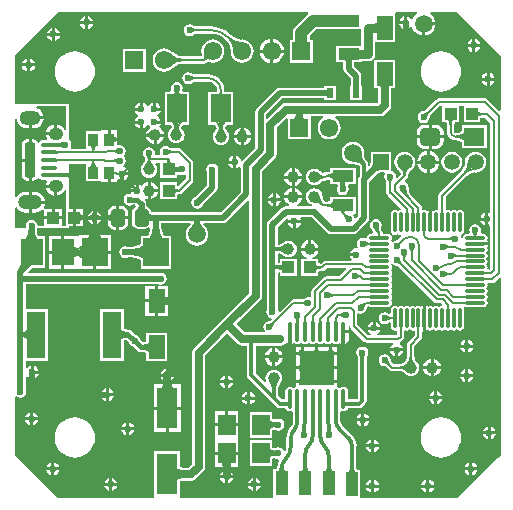
<source format=gtl>
%FSLAX25Y25*%
%MOIN*%
G70*
G01*
G75*
G04 Layer_Physical_Order=1*
G04 Layer_Color=255*
%ADD10C,0.00787*%
%ADD11C,0.01378*%
%ADD12C,0.01969*%
%ADD13C,0.02756*%
%ADD14C,0.02953*%
%ADD15C,0.01181*%
%ADD16C,0.01575*%
%ADD17O,0.01378X0.06693*%
%ADD18R,0.11811X0.11811*%
%ADD19C,0.05906*%
G04:AMPARAMS|DCode=20|XSize=59.06mil|YSize=68.9mil|CornerRadius=14.76mil|HoleSize=0mil|Usage=FLASHONLY|Rotation=270.000|XOffset=0mil|YOffset=0mil|HoleType=Round|Shape=RoundedRectangle|*
%AMROUNDEDRECTD20*
21,1,0.05906,0.03937,0,0,270.0*
21,1,0.02953,0.06890,0,0,270.0*
1,1,0.02953,-0.01969,-0.01476*
1,1,0.02953,-0.01969,0.01476*
1,1,0.02953,0.01969,0.01476*
1,1,0.02953,0.01969,-0.01476*
%
%ADD20ROUNDEDRECTD20*%
%ADD21R,0.06890X0.05906*%
%ADD22R,0.03347X0.04134*%
%ADD23R,0.05906X0.07087*%
%ADD24R,0.03937X0.03937*%
%ADD25C,0.03937*%
G04:AMPARAMS|DCode=26|XSize=59.06mil|YSize=47.24mil|CornerRadius=11.81mil|HoleSize=0mil|Usage=FLASHONLY|Rotation=90.000|XOffset=0mil|YOffset=0mil|HoleType=Round|Shape=RoundedRectangle|*
%AMROUNDEDRECTD26*
21,1,0.05906,0.02362,0,0,90.0*
21,1,0.03543,0.04724,0,0,90.0*
1,1,0.02362,0.01181,0.01772*
1,1,0.02362,0.01181,-0.01772*
1,1,0.02362,-0.01181,-0.01772*
1,1,0.02362,-0.01181,0.01772*
%
%ADD26ROUNDEDRECTD26*%
%ADD27R,0.05512X0.07874*%
%ADD28R,0.08661X0.09449*%
%ADD29R,0.06299X0.15748*%
%ADD30R,0.07480X0.08976*%
%ADD31R,0.07087X0.03937*%
%ADD32R,0.03937X0.03937*%
G04:AMPARAMS|DCode=33|XSize=118.11mil|YSize=35.43mil|CornerRadius=8.86mil|HoleSize=0mil|Usage=FLASHONLY|Rotation=90.000|XOffset=0mil|YOffset=0mil|HoleType=Round|Shape=RoundedRectangle|*
%AMROUNDEDRECTD33*
21,1,0.11811,0.01772,0,0,90.0*
21,1,0.10039,0.03543,0,0,90.0*
1,1,0.01772,0.00886,0.05020*
1,1,0.01772,0.00886,-0.05020*
1,1,0.01772,-0.00886,-0.05020*
1,1,0.01772,-0.00886,0.05020*
%
%ADD33ROUNDEDRECTD33*%
%ADD34O,0.05315X0.01575*%
%ADD35R,0.06693X0.09449*%
%ADD36R,0.07087X0.13780*%
%ADD37R,0.02480X0.03268*%
%ADD38R,0.03937X0.07874*%
%ADD39O,0.06693X0.01181*%
%ADD40O,0.01181X0.06693*%
%ADD41C,0.03937*%
%ADD42O,0.04724X0.04134*%
%ADD43O,0.07087X0.04921*%
%ADD44O,0.07874X0.04921*%
%ADD45R,0.06102X0.06102*%
%ADD46C,0.06102*%
%ADD47C,0.05315*%
%ADD48R,0.05315X0.05315*%
%ADD49C,0.02362*%
G36*
X127581Y79581D02*
X127581Y79581D01*
Y79581D01*
X128232Y79146D01*
X129000Y78993D01*
X129004Y78994D01*
X129261Y78943D01*
X129483Y78795D01*
X129490Y78802D01*
X129493Y78804D01*
X129493Y78804D01*
X141432Y66865D01*
X141823Y66604D01*
X142283Y66512D01*
X142283Y66512D01*
X143785D01*
X144189Y66108D01*
X144176Y66042D01*
X144049Y65624D01*
X143557Y65526D01*
X143110Y65228D01*
X142664Y65526D01*
X142126Y65633D01*
X141588Y65526D01*
X141142Y65228D01*
X140695Y65526D01*
X140157Y65633D01*
X139620Y65526D01*
X139354Y65348D01*
X139336Y65375D01*
X138810Y65727D01*
X138689Y65751D01*
Y61472D01*
Y57194D01*
X138810Y57218D01*
X139336Y57570D01*
X139354Y57596D01*
X139620Y57419D01*
X140157Y57312D01*
X140695Y57419D01*
X141142Y57717D01*
X141588Y57419D01*
X142126Y57312D01*
X142664Y57419D01*
X143110Y57717D01*
X143557Y57419D01*
X144095Y57312D01*
X144632Y57419D01*
X145079Y57717D01*
X145525Y57419D01*
X146063Y57312D01*
X146601Y57419D01*
X147047Y57717D01*
X147494Y57419D01*
X148031Y57312D01*
X148569Y57419D01*
X149016Y57717D01*
X149462Y57419D01*
X150000Y57312D01*
X150538Y57419D01*
X150993Y57723D01*
X151298Y58179D01*
X151405Y58716D01*
Y64228D01*
X151298Y64766D01*
X151178Y64945D01*
X151310Y65191D01*
X151795Y65313D01*
X151824Y65293D01*
X152362Y65186D01*
X157874D01*
X158412Y65293D01*
X158868Y65597D01*
X159172Y66053D01*
X159279Y66591D01*
X159172Y67128D01*
X158874Y67575D01*
X159172Y68021D01*
X159279Y68559D01*
X159172Y69097D01*
X158874Y69543D01*
X159172Y69990D01*
X159279Y70528D01*
X159172Y71065D01*
X158874Y71512D01*
X159172Y71958D01*
X159279Y72496D01*
X159204Y72874D01*
X159521Y73260D01*
X160882D01*
X160882Y73260D01*
X161343Y73352D01*
X161733Y73613D01*
X163121Y75000D01*
X163583Y74809D01*
Y15945D01*
X162598Y14961D01*
X149213Y1575D01*
X116829D01*
Y11022D01*
X115635D01*
X115589Y11355D01*
X115589D01*
Y11355D01*
X115578Y11355D01*
Y18698D01*
X115597D01*
X115407Y20141D01*
X114850Y21485D01*
X113966Y22638D01*
D01*
X113965Y22639D01*
X113951Y22626D01*
X113951D01*
X113951Y22626D01*
D01*
X110907Y25671D01*
X110849Y25709D01*
X110346Y26463D01*
X110169Y27352D01*
X110182Y27420D01*
Y30316D01*
X110623Y30551D01*
X110660Y30527D01*
X111236Y30412D01*
X111812Y30527D01*
X112301Y30853D01*
X112627Y31341D01*
X112657Y31495D01*
X116500D01*
X117076Y31609D01*
X117564Y31936D01*
X117564Y31936D01*
X117564Y31936D01*
X118564Y32936D01*
X118891Y33424D01*
X119005Y34000D01*
X119005Y34000D01*
X119005Y34000D01*
Y34000D01*
Y48694D01*
X119023Y48736D01*
X119354Y49232D01*
X119507Y50000D01*
X119354Y50768D01*
X118919Y51419D01*
X118268Y51854D01*
X117500Y52007D01*
X116732Y51854D01*
X116081Y51419D01*
X115646Y50768D01*
X115493Y50000D01*
X115646Y49232D01*
X115977Y48736D01*
X115995Y48694D01*
Y34624D01*
X115876Y34505D01*
X112741D01*
Y37232D01*
X112627Y37808D01*
X112301Y38297D01*
X111812Y38623D01*
X111236Y38738D01*
X110660Y38623D01*
X110172Y38297D01*
X109742D01*
X109253Y38623D01*
X109185Y38636D01*
Y39783D01*
X107004D01*
Y40784D01*
X109185D01*
Y44508D01*
X95374D01*
Y40784D01*
X97555D01*
Y39783D01*
X95374D01*
Y38636D01*
X95306Y38623D01*
X94818Y38297D01*
X94387D01*
X93899Y38623D01*
X93323Y38738D01*
X92747Y38623D01*
X92258Y38297D01*
X91932Y37808D01*
X91818Y37232D01*
Y34505D01*
X90623D01*
X89505Y35623D01*
Y38368D01*
X89516D01*
X89508Y38428D01*
X89617Y38977D01*
X89955Y39483D01*
X89965Y39491D01*
X89969Y39487D01*
X90012Y39552D01*
X90407Y40067D01*
X90685Y40737D01*
X90780Y41457D01*
X90685Y42176D01*
X90407Y42847D01*
X89965Y43422D01*
X89390Y43864D01*
X88719Y44142D01*
X88000Y44236D01*
X87281Y44142D01*
X86610Y43864D01*
X86035Y43422D01*
X85593Y42847D01*
X85315Y42176D01*
X85220Y41457D01*
X85315Y40737D01*
X85478Y40345D01*
X85062Y40067D01*
X82005Y43123D01*
Y52292D01*
X90075D01*
X90920Y52460D01*
X91636Y52939D01*
X91677Y53001D01*
X92168Y53099D01*
X92664Y52767D01*
X92823Y52736D01*
Y57016D01*
X93823D01*
Y52736D01*
X93982Y52767D01*
X94541Y53141D01*
X94541Y53141D01*
Y53141D01*
X94818Y53294D01*
X94818Y53294D01*
D01*
X95306Y52968D01*
X95882Y52853D01*
X96458Y52968D01*
X96946Y53294D01*
X97377D01*
X97865Y52968D01*
X98441Y52853D01*
X99017Y52968D01*
X99505Y53294D01*
X99936D01*
X100424Y52968D01*
X101000Y52853D01*
X101576Y52968D01*
X102064Y53294D01*
X102495D01*
X102983Y52968D01*
X103559Y52853D01*
X104135Y52968D01*
X104623Y53294D01*
X105054D01*
X105542Y52968D01*
X106118Y52853D01*
X106694Y52968D01*
X107183Y53294D01*
X107613D01*
X108101Y52968D01*
X108677Y52853D01*
X109253Y52968D01*
X109742Y53294D01*
X109916Y53294D01*
X110019Y53141D01*
X110577Y52767D01*
X110736Y52736D01*
Y57016D01*
X111236D01*
Y57516D01*
X112958D01*
Y58701D01*
X113456Y58750D01*
X113525Y58401D01*
X113786Y58011D01*
X118149Y53649D01*
X118149Y53649D01*
X118539Y53387D01*
X119000Y53296D01*
X127609D01*
X127754Y52817D01*
X127365Y52557D01*
X126883Y51835D01*
X126813Y51484D01*
X131061D01*
X130992Y51835D01*
X130509Y52557D01*
X130067Y52852D01*
X129988Y53252D01*
Y53405D01*
X130351Y53649D01*
X131167Y54463D01*
X131428Y54854D01*
X131519Y55315D01*
X131519Y55315D01*
Y57069D01*
X131906Y57387D01*
X132283Y57312D01*
X132821Y57419D01*
X133268Y57717D01*
X133714Y57419D01*
X134252Y57312D01*
X134630Y57387D01*
X135016Y57069D01*
Y55719D01*
X132810Y53513D01*
X132549Y53122D01*
X132457Y52661D01*
X132457Y52661D01*
Y48802D01*
X132437D01*
X132445Y48744D01*
X132364Y48131D01*
X132105Y47505D01*
X131693Y46968D01*
X131156Y46556D01*
X130531Y46297D01*
X129917Y46216D01*
X129861Y46224D01*
Y46224D01*
D01*
Y46224D01*
X129859Y46224D01*
D01*
D01*
X129859D01*
X129859D01*
D01*
D01*
D01*
Y46224D01*
X129840Y46204D01*
X127999D01*
X127196Y47007D01*
X127196Y47007D01*
X127205Y47017D01*
X127057Y47239D01*
X127006Y47496D01*
X127007Y47500D01*
X126854Y48268D01*
X126419Y48919D01*
X125768Y49354D01*
X125000Y49507D01*
X124232Y49354D01*
X123581Y48919D01*
X123146Y48268D01*
X122993Y47500D01*
X123146Y46732D01*
X123581Y46081D01*
X124232Y45646D01*
X125000Y45493D01*
X125004Y45494D01*
X125261Y45443D01*
X125483Y45295D01*
X125490Y45302D01*
X125493Y45304D01*
X125493Y45304D01*
X126648Y44148D01*
X126648Y44148D01*
X126883Y43992D01*
X127039Y43887D01*
X127500Y43796D01*
X129840D01*
X129859Y43776D01*
Y43776D01*
D01*
D01*
Y43776D01*
X129859D01*
D01*
D01*
D01*
D01*
X129861Y43776D01*
Y43776D01*
D01*
D01*
X129917Y43784D01*
X130531Y43703D01*
X131156Y43444D01*
X131689Y43034D01*
X131689D01*
X131693Y43032D01*
X131696Y43034D01*
X132272Y42593D01*
X132942Y42315D01*
X133661Y42220D01*
X134381Y42315D01*
X135051Y42593D01*
X135627Y43034D01*
X136069Y43610D01*
X136346Y44281D01*
X136441Y45000D01*
X136346Y45719D01*
X136069Y46390D01*
X135627Y46966D01*
X135630Y46968D01*
X135218Y47505D01*
X134959Y48131D01*
X134878Y48744D01*
X134886Y48802D01*
X134866D01*
Y52163D01*
X137072Y54369D01*
X137072Y54369D01*
X137333Y54760D01*
X137425Y55221D01*
Y56853D01*
X137689Y57070D01*
Y61472D01*
Y65751D01*
X137568Y65727D01*
X137042Y65375D01*
X137024Y65348D01*
X136758Y65526D01*
X136221Y65633D01*
X135683Y65526D01*
X135236Y65228D01*
X134790Y65526D01*
X134252Y65633D01*
X133714Y65526D01*
X133268Y65228D01*
X132821Y65526D01*
X132283Y65633D01*
X131746Y65526D01*
X131299Y65228D01*
X130853Y65526D01*
X130315Y65633D01*
X129777Y65526D01*
X129331Y65228D01*
X128884Y65526D01*
X128346Y65633D01*
X127809Y65526D01*
X127353Y65222D01*
X127048Y64766D01*
X126942Y64228D01*
Y63071D01*
X126500Y62835D01*
X126422Y62888D01*
X126419Y62892D01*
X125768Y63327D01*
X125000Y63480D01*
X124232Y63327D01*
X123581Y62892D01*
X123146Y62240D01*
X122993Y61472D01*
X123146Y60704D01*
X123581Y60053D01*
X124232Y59618D01*
X125000Y59465D01*
X125768Y59618D01*
X126419Y60053D01*
X126422Y60057D01*
X126500Y60110D01*
X126942Y59874D01*
Y58716D01*
X127048Y58179D01*
X127353Y57723D01*
X127809Y57419D01*
X128346Y57312D01*
X128724Y57387D01*
X129111Y57069D01*
Y55814D01*
X129001Y55704D01*
X122702D01*
X122557Y56183D01*
X123029Y56498D01*
X123511Y57220D01*
X123581Y57571D01*
X119332D01*
X119402Y57220D01*
X119884Y56498D01*
X120357Y56183D01*
X120212Y55704D01*
X119499D01*
X115842Y59361D01*
Y62937D01*
X116232Y63146D01*
X117000Y62993D01*
X117768Y63146D01*
X118419Y63581D01*
X118854Y64232D01*
X119007Y65000D01*
X119325Y65386D01*
X119794D01*
X119935Y65293D01*
X120472Y65186D01*
X125984D01*
X126522Y65293D01*
X126978Y65597D01*
X127282Y66053D01*
X127389Y66591D01*
X127282Y67128D01*
X126984Y67575D01*
X127282Y68021D01*
X127389Y68559D01*
X127282Y69097D01*
X126984Y69543D01*
X127282Y69990D01*
X127389Y70528D01*
X127282Y71065D01*
X126984Y71512D01*
X127282Y71958D01*
X127389Y72496D01*
X127282Y73034D01*
X126984Y73480D01*
X127282Y73927D01*
X127389Y74465D01*
X127282Y75002D01*
X126984Y75449D01*
X127282Y75895D01*
X127389Y76433D01*
X127282Y76971D01*
X126984Y77417D01*
X127282Y77864D01*
X127389Y78402D01*
X127282Y78939D01*
X126984Y79386D01*
X127074Y79521D01*
X127569Y79591D01*
X127581Y79581D01*
D02*
G37*
G36*
X75939Y52939D02*
X76655Y52460D01*
X77500Y52292D01*
X78995D01*
Y42500D01*
X78995Y42500D01*
X78995D01*
X79109Y41924D01*
X79436Y41436D01*
X86936Y33936D01*
X88936Y31936D01*
X89424Y31609D01*
X90000Y31495D01*
X91902D01*
X91932Y31341D01*
X92258Y30853D01*
X92747Y30527D01*
X93323Y30412D01*
X93899Y30527D01*
X93936Y30551D01*
X94377Y30316D01*
Y26545D01*
X94378Y26538D01*
X94285Y26071D01*
X94020Y25675D01*
X94014Y25671D01*
X94014Y25671D01*
X93241Y24730D01*
X92667Y23656D01*
X92314Y22491D01*
X92194Y21280D01*
X92195D01*
Y18926D01*
X92210Y18854D01*
X92041Y17570D01*
X91866Y17148D01*
X91368Y17197D01*
X91354Y17268D01*
X90919Y17919D01*
X90268Y18354D01*
X89500Y18507D01*
X88732Y18354D01*
X88581Y18253D01*
X88529Y18253D01*
X88529Y18253D01*
D01*
X88516Y18259D01*
D01*
D01*
D01*
X88491Y18248D01*
X88490D01*
X88490D01*
X88490D01*
D01*
X88490D01*
Y18248D01*
D01*
D01*
X88490Y18248D01*
D01*
X88468Y18217D01*
X88134Y18284D01*
X87887Y18235D01*
X87449Y18416D01*
Y20831D01*
X79969D01*
Y12169D01*
X87449D01*
Y14584D01*
X87887Y14765D01*
X88134Y14716D01*
X88134D01*
D01*
D01*
X88134D01*
X88507Y14745D01*
X88516Y14741D01*
X88516Y14741D01*
X88518Y14742D01*
D01*
X88529Y14747D01*
X88529D01*
D01*
D01*
D01*
D01*
X88529D01*
D01*
X88581Y14747D01*
X88732Y14646D01*
X89500Y14493D01*
X89650Y13738D01*
X89308Y12912D01*
X89130Y11563D01*
X89135D01*
Y11555D01*
X89135Y11555D01*
X89135Y11555D01*
X89089Y11222D01*
X87895D01*
Y1773D01*
D01*
Y1773D01*
X87697Y1575D01*
X56831D01*
Y1799D01*
X56831D01*
Y7138D01*
X56941Y7183D01*
X57588Y7269D01*
X60476D01*
X61321Y7437D01*
X62037Y7915D01*
X62037Y7915D01*
X62037Y7915D01*
X64561Y10439D01*
X64561Y10439D01*
X64561Y10439D01*
X65040Y11155D01*
X65208Y12000D01*
Y41500D01*
Y49086D01*
X72500Y56378D01*
X75939Y52939D01*
D02*
G37*
G36*
X18882Y124187D02*
X18392Y124089D01*
X18230Y124480D01*
X17739Y125120D01*
X17098Y125612D01*
X16352Y125921D01*
X15756Y125999D01*
Y122933D01*
X15256D01*
Y122433D01*
X11933D01*
X11973Y122132D01*
X12282Y121386D01*
X12313Y121345D01*
X12092Y120897D01*
X11319D01*
X10704Y120775D01*
X10183Y120427D01*
X9902Y120006D01*
X9402D01*
X9037Y120553D01*
X8413Y120969D01*
X7677Y121116D01*
X7291D01*
Y114173D01*
Y107231D01*
X7677D01*
X8413Y107377D01*
X9037Y107794D01*
X9402Y108341D01*
X9902D01*
X10183Y107920D01*
X10704Y107572D01*
X11319Y107449D01*
X12092D01*
X12313Y107001D01*
X12282Y106960D01*
X11973Y106214D01*
X11933Y105913D01*
X15256D01*
Y105413D01*
X15756D01*
Y102347D01*
X16352Y102425D01*
X17098Y102734D01*
X17739Y103226D01*
X18230Y103867D01*
X18392Y104257D01*
X18882Y104159D01*
Y99410D01*
Y97969D01*
X18898Y97890D01*
X18787Y97756D01*
X18787D01*
Y92338D01*
X17425D01*
Y94500D01*
X11488D01*
Y92338D01*
X9256D01*
X9118Y93032D01*
X8683Y93683D01*
X8032Y94118D01*
X7264Y94271D01*
X6496Y94118D01*
X5845Y93683D01*
X5410Y93032D01*
X5257Y92264D01*
X5325Y91922D01*
X5007Y91535D01*
X1772D01*
Y98328D01*
X2262Y98426D01*
X2292Y98353D01*
X2847Y97630D01*
X3570Y97076D01*
X4411Y96727D01*
X5315Y96608D01*
X6291D01*
Y100098D01*
Y103589D01*
X5315D01*
X4411Y103470D01*
X3570Y103121D01*
X2847Y102567D01*
X2292Y101844D01*
X2262Y101771D01*
X1772Y101869D01*
Y127817D01*
X2271Y127850D01*
X2337Y127345D01*
X2686Y126503D01*
X3241Y125780D01*
X3963Y125225D01*
X4805Y124876D01*
X5709Y124758D01*
X6291D01*
Y128248D01*
X6791D01*
Y128748D01*
X11299D01*
X11246Y129151D01*
X10897Y129993D01*
X10342Y130716D01*
X9619Y131271D01*
X8871Y131581D01*
X8969Y132071D01*
X18882D01*
Y124187D01*
D02*
G37*
G36*
X125041Y109614D02*
X124917Y109430D01*
X124765Y108661D01*
X124917Y107893D01*
X125352Y107242D01*
X125356Y107240D01*
X125502Y107022D01*
X125554Y106761D01*
X125567D01*
Y103228D01*
X125659Y102768D01*
X125920Y102377D01*
X126012Y102315D01*
X126074Y102223D01*
X130323Y97974D01*
X130178Y97496D01*
X129777Y97416D01*
X129331Y97118D01*
X128884Y97416D01*
X128346Y97523D01*
X127809Y97416D01*
X127353Y97112D01*
X127048Y96656D01*
X126942Y96118D01*
Y90606D01*
X127048Y90069D01*
X127353Y89613D01*
X127809Y89308D01*
X128346Y89201D01*
X128884Y89308D01*
X129331Y89607D01*
X129777Y89308D01*
X130315Y89201D01*
X130356Y89210D01*
X130562Y88754D01*
X130497Y88704D01*
X130497Y88704D01*
X130499Y88702D01*
X129493Y87696D01*
X129493Y87696D01*
X129254Y87457D01*
X129000Y87507D01*
X128232Y87354D01*
X127619Y86945D01*
X127314Y87006D01*
X127123Y87468D01*
X127282Y87706D01*
X127389Y88244D01*
X127282Y88782D01*
X126978Y89237D01*
X126522Y89542D01*
X125984Y89649D01*
X124433D01*
Y89764D01*
X124433Y89764D01*
X124433Y89764D01*
Y89764D01*
X124433D01*
X124433Y89764D01*
X124341Y90225D01*
X124236Y90381D01*
X124080Y90615D01*
D01*
D01*
D01*
X124080Y90615D01*
X124080D01*
X124085Y90621D01*
X123871Y90942D01*
X123796Y91321D01*
X123871Y91699D01*
X123882Y91716D01*
X123882Y91716D01*
X123881Y91721D01*
X123901Y91752D01*
X124054Y92520D01*
X123901Y93288D01*
X123467Y93939D01*
X122815Y94374D01*
X122047Y94527D01*
X121279Y94374D01*
X120628Y93939D01*
X120193Y93288D01*
X120040Y92520D01*
X120193Y91752D01*
X120628Y91101D01*
X120812Y90978D01*
X120812Y90945D01*
D01*
D01*
X120828Y90907D01*
D01*
D01*
X120828Y90907D01*
D01*
X120828Y90907D01*
X120828Y90907D01*
X120835Y90904D01*
D01*
D01*
D01*
D01*
X120852Y90900D01*
X120935Y90484D01*
X121196Y90093D01*
X120751Y89649D01*
X120472D01*
X119935Y89542D01*
X119479Y89237D01*
X119174Y88782D01*
X119068Y88245D01*
X119062Y88243D01*
X118492Y88130D01*
Y88130D01*
X118492Y88130D01*
X117724Y88283D01*
X116956Y88130D01*
X116305Y87695D01*
X115870Y87044D01*
X115717Y86276D01*
X115870Y85508D01*
X116023Y85278D01*
X115746Y84862D01*
X115551Y84901D01*
X114700Y84732D01*
X113979Y84250D01*
X113497Y83528D01*
X113427Y83177D01*
X115551D01*
Y82177D01*
X113427D01*
X113497Y81826D01*
X113979Y81105D01*
X113838Y80641D01*
X105210D01*
X105210Y80641D01*
X104749Y80550D01*
X104358Y80288D01*
X103694Y79625D01*
X103131Y79699D01*
X102756Y79854D01*
Y81157D01*
X100969D01*
X100871Y81648D01*
X101497Y81907D01*
X102117Y82383D01*
X102593Y83003D01*
X102892Y83725D01*
X102928Y84000D01*
X97072D01*
X97108Y83725D01*
X97407Y83003D01*
X97883Y82383D01*
X98503Y81907D01*
X99129Y81648D01*
X99031Y81157D01*
X97244D01*
Y75646D01*
X102756D01*
Y76949D01*
X103131Y77104D01*
X103744Y77185D01*
X103802Y77178D01*
Y77197D01*
X104174D01*
X104174Y77197D01*
X104635Y77289D01*
X105026Y77550D01*
X105709Y78233D01*
X112036D01*
X112227Y77771D01*
X109873Y75417D01*
X105456D01*
X104995Y75325D01*
X104839Y75221D01*
X104604Y75064D01*
X104604Y75064D01*
X100920Y71380D01*
X100659Y70989D01*
X100567Y70528D01*
X100567Y70528D01*
Y68689D01*
X100181Y68372D01*
X99500Y68507D01*
X98732Y68354D01*
X98081Y67919D01*
X98078Y67916D01*
X97860Y67770D01*
X97599Y67718D01*
Y67704D01*
X94500D01*
X94500Y67704D01*
X94039Y67613D01*
X93648Y67352D01*
X89930Y63633D01*
X89452Y63778D01*
X89354Y64268D01*
X89306Y64340D01*
Y76673D01*
X89693Y76990D01*
X90158Y76897D01*
Y75646D01*
X95669D01*
Y81157D01*
X90158D01*
Y79906D01*
X89693Y79813D01*
X89306Y80131D01*
Y82771D01*
X89693Y83088D01*
X90328Y82962D01*
X90927Y82561D01*
X90948Y82534D01*
X90946Y82532D01*
X90986Y82505D01*
X91524Y82093D01*
X92194Y81815D01*
X92913Y81720D01*
X93633Y81815D01*
X94303Y82093D01*
X94879Y82534D01*
X95321Y83110D01*
X95598Y83781D01*
X95693Y84500D01*
X95598Y85219D01*
X95321Y85890D01*
X94879Y86466D01*
X94303Y86907D01*
X93633Y87185D01*
X92913Y87280D01*
X92194Y87185D01*
X91524Y86907D01*
X90986Y86495D01*
X90946Y86468D01*
X90948Y86466D01*
X90927Y86439D01*
X90328Y86038D01*
X89693Y85912D01*
X89306Y86229D01*
Y91752D01*
X92476Y94921D01*
X92862Y94604D01*
X92827Y94552D01*
X92757Y94201D01*
X97006D01*
X96936Y94552D01*
X96802Y94753D01*
X97038Y95194D01*
X100660D01*
X100732Y95146D01*
X100817Y95129D01*
X105884Y90061D01*
X106470Y89670D01*
X107161Y89532D01*
X114594D01*
X115286Y89670D01*
X115872Y90061D01*
X119277Y93467D01*
X119669Y94053D01*
X119806Y94744D01*
X119806Y94744D01*
X119806Y94744D01*
Y94744D01*
Y107000D01*
X122273Y109466D01*
X122887Y109876D01*
X123724Y110043D01*
X123752Y110020D01*
Y110020D01*
X123926Y110055D01*
X124805D01*
X125041Y109614D01*
D02*
G37*
G36*
X163583Y149016D02*
Y148819D01*
Y130774D01*
X163121Y130582D01*
X159352Y134352D01*
X158961Y134613D01*
X158500Y134704D01*
X158500Y134704D01*
X142957D01*
X142957Y134704D01*
X142496Y134613D01*
X142105Y134352D01*
X138493Y130739D01*
X138493Y130739D01*
X138483Y130749D01*
X138261Y130601D01*
X138004Y130550D01*
X138000Y130550D01*
X137232Y130398D01*
X136581Y129963D01*
X136146Y129311D01*
X135993Y128543D01*
X136146Y127775D01*
X136581Y127124D01*
X137232Y126689D01*
X138000Y126536D01*
X138768Y126689D01*
X139419Y127124D01*
X139854Y127775D01*
X140007Y128543D01*
X140006Y128548D01*
X140057Y128805D01*
X140205Y129026D01*
X140196Y129036D01*
X140196Y129036D01*
X143456Y132296D01*
X144201D01*
Y132296D01*
Y132256D01*
X144201Y131942D01*
X144201Y131942D01*
X144201D01*
Y126744D01*
X145504D01*
X145659Y126369D01*
X145740Y125756D01*
X145733Y125698D01*
X145753D01*
Y123544D01*
X145752D01*
X145846Y122832D01*
X146120Y122169D01*
X146557Y121600D01*
X147126Y121164D01*
X147789Y120889D01*
X148500Y120795D01*
Y120787D01*
X148583Y120795D01*
X149614Y120659D01*
X150650Y120230D01*
Y118260D01*
X159114D01*
Y125740D01*
X150650D01*
Y123770D01*
X149614Y123341D01*
X148583Y123205D01*
X148500Y123213D01*
Y123213D01*
X148493Y123208D01*
X148261Y123304D01*
X148162Y123544D01*
X148161D01*
Y125698D01*
X148181D01*
X148173Y125756D01*
X148254Y126369D01*
X148409Y126744D01*
X149713D01*
Y131942D01*
X149713Y131942D01*
D01*
D01*
X149713Y132256D01*
D01*
X149752Y132296D01*
X151287D01*
Y132256D01*
X151287D01*
Y126744D01*
X156799D01*
Y128048D01*
X157174Y128203D01*
X157788Y128284D01*
X157845Y128276D01*
Y128296D01*
X158501D01*
X160221Y126576D01*
Y96875D01*
X159834Y96558D01*
X159500Y96624D01*
Y94500D01*
Y92376D01*
X159834Y92442D01*
X160221Y92125D01*
Y77924D01*
X159970Y77674D01*
X159471Y77698D01*
X159204Y78024D01*
X159279Y78402D01*
X159172Y78939D01*
X158874Y79386D01*
X159172Y79832D01*
X159279Y80370D01*
X159172Y80908D01*
X158874Y81354D01*
X159172Y81801D01*
X159279Y82339D01*
X159172Y82876D01*
X158874Y83323D01*
X159172Y83769D01*
X159279Y84307D01*
X159172Y84845D01*
X158994Y85111D01*
X159021Y85129D01*
X159372Y85655D01*
X159396Y85776D01*
X155118D01*
Y86776D01*
X159396D01*
X159372Y86896D01*
X159021Y87422D01*
X158994Y87440D01*
X159172Y87706D01*
X159279Y88244D01*
X159172Y88782D01*
X158868Y89237D01*
X158412Y89542D01*
X157874Y89649D01*
X157301D01*
X156983Y90036D01*
X157125Y90748D01*
X156972Y91516D01*
X156537Y92167D01*
X155886Y92602D01*
X155118Y92755D01*
X154350Y92602D01*
X153699Y92167D01*
X153264Y91516D01*
X153111Y90748D01*
X153253Y90036D01*
X152936Y89649D01*
X152362D01*
X151824Y89542D01*
X151369Y89237D01*
X151064Y88782D01*
X150958Y88247D01*
X150458D01*
X150354Y88768D01*
X150307Y88839D01*
X150498Y89301D01*
X150538Y89308D01*
X150993Y89613D01*
X151298Y90069D01*
X151405Y90606D01*
Y96118D01*
X151298Y96656D01*
X150993Y97112D01*
X150538Y97416D01*
X150000Y97523D01*
X149462Y97416D01*
X149016Y97118D01*
X148569Y97416D01*
X148031Y97523D01*
X147494Y97416D01*
X147047Y97118D01*
X146601Y97416D01*
X146063Y97523D01*
X145685Y97448D01*
X145299Y97765D01*
Y101848D01*
X152235Y108784D01*
X152235Y108784D01*
X152241Y108778D01*
X152293Y108841D01*
X153113Y109469D01*
X154143Y109896D01*
X155186Y110034D01*
X155248Y110025D01*
X156147Y110144D01*
X156985Y110491D01*
X157705Y111043D01*
X158257Y111763D01*
X158604Y112601D01*
X158723Y113500D01*
X158604Y114399D01*
X158257Y115237D01*
X157705Y115957D01*
X156985Y116509D01*
X156147Y116856D01*
X155248Y116975D01*
X154349Y116856D01*
X153511Y116509D01*
X152791Y115957D01*
X152239Y115237D01*
X151892Y114399D01*
X151773Y113500D01*
X151782Y113438D01*
X151644Y112395D01*
X151217Y111365D01*
X150589Y110545D01*
X150526Y110493D01*
X150532Y110487D01*
X150532Y110487D01*
X143243Y103198D01*
X142982Y102807D01*
X142890Y102346D01*
X142890Y102346D01*
Y97765D01*
X142504Y97448D01*
X142126Y97523D01*
X141588Y97416D01*
X141322Y97238D01*
X141304Y97265D01*
X140778Y97616D01*
X140657Y97640D01*
Y93362D01*
X139657D01*
Y97640D01*
X139537Y97616D01*
X139011Y97265D01*
X138993Y97238D01*
X138727Y97416D01*
X138189Y97523D01*
X137811Y97448D01*
X137425Y97765D01*
Y98234D01*
X137425Y98234D01*
X137333Y98695D01*
X137072Y99085D01*
X137072Y99085D01*
X134289Y101868D01*
X134289Y101868D01*
X134289Y101868D01*
X134289Y101868D01*
X134229Y101928D01*
X133575Y102780D01*
X133132Y103851D01*
X132991Y104920D01*
X133007Y105000D01*
X132854Y105768D01*
X132419Y106419D01*
X131768Y106854D01*
X131747Y106858D01*
X131602Y107337D01*
X132477Y108212D01*
X132477Y108212D01*
X132634Y108446D01*
X132739Y108603D01*
X132830Y109064D01*
D01*
D01*
D01*
X132830D01*
X132832Y109064D01*
X132845D01*
X132845Y109066D01*
X132845D01*
X132843Y109077D01*
Y109077D01*
X132839Y109111D01*
X132972Y109838D01*
X133411Y110494D01*
X133481Y110541D01*
Y110541D01*
X133676Y110671D01*
X133676D01*
X133676D01*
X133676Y110671D01*
X133653Y110714D01*
X133653D01*
X133806Y110815D01*
X133827Y110846D01*
X134083Y111043D01*
X134635Y111763D01*
X134982Y112601D01*
X135101Y113500D01*
X134982Y114399D01*
X134635Y115237D01*
X134083Y115957D01*
X133363Y116509D01*
X132525Y116856D01*
X131626Y116975D01*
X130727Y116856D01*
X129889Y116509D01*
X129169Y115957D01*
X128617Y115237D01*
X128270Y114399D01*
X128151Y113500D01*
X128270Y112601D01*
X128617Y111763D01*
X129169Y111043D01*
X129425Y110846D01*
X129446Y110815D01*
X129598Y110714D01*
X129598D01*
X129576Y110671D01*
X129576Y110671D01*
X129576D01*
X129576D01*
X129771Y110541D01*
Y110541D01*
X129841Y110494D01*
X130280Y109838D01*
X130349Y109490D01*
X129203Y108344D01*
X128762Y108580D01*
X128779Y108661D01*
X128626Y109430D01*
X128191Y110081D01*
X127540Y110516D01*
X127197Y110584D01*
Y116945D01*
X120307D01*
Y113674D01*
X120272Y113500D01*
X120272D01*
X120295Y113472D01*
X120128Y112635D01*
X119883Y112268D01*
X119405Y112413D01*
Y112906D01*
X119298Y113443D01*
X118993Y113899D01*
X118993Y113899D01*
X118993Y113899D01*
X119009Y113915D01*
X118932Y113975D01*
X118516Y114517D01*
X118217Y115240D01*
X118114Y116014D01*
X118145Y116244D01*
X118145D01*
X118116Y116281D01*
X118130Y116353D01*
X118123Y116389D01*
X118142Y116535D01*
X118014Y117512D01*
X117637Y118422D01*
X117038Y119203D01*
X116256Y119802D01*
X115347Y120179D01*
X114370Y120308D01*
X113394Y120179D01*
X112484Y119802D01*
X111703Y119203D01*
X111103Y118422D01*
X110726Y117512D01*
X110598Y116535D01*
X110726Y115559D01*
X111103Y114649D01*
X111703Y113868D01*
X112484Y113268D01*
X113394Y112892D01*
X114370Y112763D01*
X114517Y112782D01*
X114552Y112775D01*
X114624Y112790D01*
X114662Y112761D01*
Y112761D01*
X114891Y112791D01*
X115666Y112689D01*
X116388Y112390D01*
X116595Y112231D01*
Y108834D01*
X116331Y108439D01*
X116194Y107748D01*
Y95492D01*
X115414Y94713D01*
X114936Y94858D01*
X114854Y95268D01*
X114444Y95882D01*
X114680Y96323D01*
X115331D01*
Y101835D01*
X106669D01*
Y100531D01*
X106294Y100376D01*
X105681Y100295D01*
X105625Y100303D01*
Y100303D01*
D01*
Y100303D01*
X105623Y100303D01*
D01*
D01*
X105623D01*
X105623D01*
D01*
D01*
D01*
Y100303D01*
X105603Y100283D01*
X104997D01*
X104674Y100704D01*
X104415Y101329D01*
X104327Y102000D01*
X104323D01*
X104228Y102719D01*
X103951Y103390D01*
X103509Y103965D01*
X102933Y104407D01*
X102263Y104685D01*
X101543Y104780D01*
X100824Y104685D01*
X100154Y104407D01*
X99578Y103965D01*
X99136Y103390D01*
X98858Y102719D01*
X98764Y102000D01*
X98858Y101281D01*
X99136Y100610D01*
X99578Y100034D01*
X100154Y99593D01*
X100624Y99398D01*
X100665Y99193D01*
X100347Y98806D01*
X95785D01*
X95688Y99297D01*
X95954Y99407D01*
X96574Y99883D01*
X97050Y100503D01*
X97349Y101225D01*
X97385Y101500D01*
X91528D01*
X91565Y101225D01*
X91864Y100503D01*
X92339Y99883D01*
X92960Y99407D01*
X93226Y99297D01*
X93128Y98806D01*
X92000D01*
X91309Y98669D01*
X90723Y98277D01*
X86223Y93777D01*
X85831Y93191D01*
X85694Y92500D01*
X85694Y92500D01*
X85694D01*
X85694Y92500D01*
X85694D01*
Y84500D01*
X85694Y84500D01*
X85694D01*
Y78500D01*
Y64340D01*
X85646Y64268D01*
X85493Y63500D01*
X85646Y62732D01*
X86081Y62081D01*
X86732Y61646D01*
X87222Y61548D01*
X87367Y61070D01*
X86993Y60696D01*
X86993Y60696D01*
X86983Y60705D01*
X86761Y60557D01*
X86504Y60506D01*
X86500Y60507D01*
X85732Y60354D01*
X85081Y59919D01*
X84646Y59268D01*
X84493Y58500D01*
X84646Y57732D01*
X85035Y57149D01*
X84800Y56708D01*
X78414D01*
X75622Y59500D01*
X83561Y67439D01*
X83561Y67439D01*
X83561Y67439D01*
X84040Y68155D01*
X84208Y69000D01*
Y110364D01*
X88344Y114501D01*
X88823Y115217D01*
X88991Y116062D01*
X88991Y116062D01*
X88991Y116062D01*
Y116062D01*
Y124869D01*
X92199Y128077D01*
X92661Y127886D01*
Y121161D01*
X100339D01*
Y128792D01*
X104359D01*
X104519Y128319D01*
X103762Y127738D01*
X103147Y126936D01*
X102760Y126002D01*
X102628Y125000D01*
X102760Y123998D01*
X103147Y123064D01*
X103762Y122262D01*
X104564Y121647D01*
X105498Y121260D01*
X106500Y121128D01*
X107502Y121260D01*
X108436Y121647D01*
X109238Y122262D01*
X109853Y123064D01*
X110240Y123998D01*
X110372Y125000D01*
X110240Y126002D01*
X109853Y126936D01*
X109238Y127738D01*
X108481Y128319D01*
X108641Y128792D01*
X123500D01*
X124345Y128960D01*
X125061Y129439D01*
X125061Y129439D01*
X125061Y129439D01*
X126561Y130939D01*
X127040Y131655D01*
X127208Y132500D01*
Y138039D01*
X128543D01*
Y147488D01*
X121457D01*
Y138039D01*
X122792D01*
Y133414D01*
X122585Y133208D01*
X92000D01*
X91155Y133040D01*
X90439Y132561D01*
X85902Y128024D01*
X85440Y128216D01*
Y129385D01*
X90748Y134694D01*
X104583D01*
Y134079D01*
X108638D01*
Y138921D01*
X104583D01*
Y138306D01*
X90000D01*
X89309Y138169D01*
X88723Y137777D01*
X82356Y131411D01*
X81965Y130825D01*
X81827Y130134D01*
X81827Y130134D01*
X81827D01*
X81827Y130134D01*
X81827D01*
Y118114D01*
X77597Y113884D01*
X77488Y113917D01*
X77088Y114185D01*
X77055Y114351D01*
X76573Y115073D01*
X75851Y115554D01*
X75500Y115624D01*
Y113500D01*
Y111376D01*
X75851Y111445D01*
X76573Y111927D01*
X77044Y111612D01*
Y103599D01*
X70252Y96806D01*
X47264D01*
Y96816D01*
X47193Y96806D01*
X47192D01*
X47115Y96822D01*
X46972Y97540D01*
X46537Y98191D01*
X45886Y98626D01*
X45663Y98670D01*
X45543Y99274D01*
Y99274D01*
X45558Y99392D01*
X45543D01*
Y99563D01*
X45543Y99563D01*
X45441Y100075D01*
X45420Y100177D01*
X45072Y100698D01*
X44950Y100821D01*
X45228Y101236D01*
X45642Y101065D01*
X45917Y101028D01*
Y103957D01*
Y106885D01*
X45642Y106849D01*
X44920Y106550D01*
X44300Y106074D01*
X43961Y105632D01*
X43394Y106011D01*
X43043Y106081D01*
Y103957D01*
X42543D01*
Y103457D01*
X40419D01*
X40442Y103343D01*
X40088Y102990D01*
X40000Y103007D01*
X39232Y102854D01*
X38581Y102419D01*
X38146Y101768D01*
X37993Y101000D01*
X38146Y100232D01*
X38581Y99581D01*
X39232Y99146D01*
X40000Y98993D01*
X40768Y99146D01*
X41140Y99394D01*
X41835D01*
X41988Y98626D01*
X41337Y98191D01*
X40902Y97540D01*
X40749Y96772D01*
Y93228D01*
X40902Y92460D01*
X41337Y91809D01*
X41988Y91374D01*
X42756Y91221D01*
X45118D01*
X45886Y91374D01*
X46470Y91764D01*
X46899Y91507D01*
X46824Y90746D01*
X46466Y89567D01*
X46170Y89012D01*
X43618D01*
Y86067D01*
X43063Y85770D01*
X41884Y85412D01*
X40809Y85306D01*
X40789D01*
X40657Y85319D01*
Y85306D01*
X39340D01*
X39268Y85354D01*
X38500Y85507D01*
X37732Y85354D01*
X37081Y84919D01*
X36646Y84268D01*
X36493Y83500D01*
X36646Y82732D01*
X37081Y82081D01*
X37732Y81646D01*
X38500Y81493D01*
X39268Y81646D01*
X39340Y81694D01*
X40657D01*
Y81681D01*
X40789Y81694D01*
X40809D01*
X41884Y81588D01*
X43063Y81230D01*
X43618Y80933D01*
Y77988D01*
X53854D01*
Y89012D01*
X51303D01*
X51006Y89567D01*
X50648Y90746D01*
X50543Y91821D01*
Y91841D01*
X50555Y91973D01*
X50543D01*
Y93194D01*
X60090D01*
X60311Y92745D01*
X59818Y92102D01*
X59734Y92038D01*
X59135Y91256D01*
X58758Y90346D01*
X58629Y89370D01*
X58758Y88394D01*
X59135Y87484D01*
X59734Y86703D01*
X60515Y86103D01*
X61425Y85726D01*
X62402Y85598D01*
X63378Y85726D01*
X64288Y86103D01*
X65069Y86703D01*
X65669Y87484D01*
X66045Y88394D01*
X66174Y89370D01*
X66045Y90346D01*
X65669Y91256D01*
X65069Y92038D01*
X64986Y92102D01*
X64492Y92745D01*
X64713Y93194D01*
X71000D01*
X71691Y93331D01*
X72277Y93723D01*
X79330Y100776D01*
X79792Y100584D01*
Y69915D01*
X70939Y61061D01*
X61439Y51561D01*
X60960Y50845D01*
X60792Y50000D01*
Y41500D01*
Y12914D01*
X59562Y11684D01*
X57588D01*
X56941Y11769D01*
X56831Y11815D01*
Y17154D01*
X48169D01*
Y1799D01*
D01*
Y1799D01*
X47945Y1575D01*
X16142D01*
X1772Y15945D01*
Y35257D01*
X2213Y35493D01*
X2732Y35146D01*
X3500Y34993D01*
X4268Y35146D01*
X4919Y35581D01*
X5354Y36232D01*
X5507Y37000D01*
X5354Y37768D01*
X5306Y37840D01*
Y41996D01*
X5785Y42141D01*
X5928Y41927D01*
X6649Y41445D01*
X7000Y41376D01*
Y43500D01*
Y45624D01*
X6649Y45555D01*
X5928Y45072D01*
X5785Y44859D01*
X5306Y45004D01*
Y47339D01*
X12839D01*
Y64661D01*
X5306D01*
Y72871D01*
X49483D01*
X49555Y72823D01*
X50319Y72671D01*
X50319Y72671D01*
D01*
X50270Y72173D01*
X49500D01*
Y67736D01*
X52756D01*
Y72173D01*
X50375D01*
X50327Y72671D01*
X51091Y72823D01*
X51742Y73258D01*
X52177Y73909D01*
X52330Y74677D01*
X52177Y75445D01*
X51742Y76096D01*
X51091Y76531D01*
X50323Y76684D01*
X49555Y76531D01*
X49483Y76484D01*
X6191D01*
X6000Y76946D01*
X7028Y77973D01*
X7028Y77973D01*
X7034Y77968D01*
X7071Y78016D01*
X7279Y78224D01*
X11791D01*
Y88776D01*
X9568D01*
X9210Y89640D01*
X9070Y90701D01*
Y90840D01*
X9076Y90901D01*
X9070D01*
Y91424D01*
X9118Y91496D01*
X9126Y91535D01*
X19685D01*
Y92032D01*
X21043D01*
Y95000D01*
Y97969D01*
X19685D01*
Y99410D01*
Y112969D01*
X25382D01*
Y112854D01*
X25382D01*
Y107146D01*
X30303D01*
D01*
X30303D01*
X30484Y106965D01*
Y106933D01*
X32658D01*
Y110000D01*
X33658D01*
Y106933D01*
X35831D01*
Y107542D01*
X36272Y107777D01*
X36551Y107591D01*
X36902Y107521D01*
Y109646D01*
X37402D01*
Y110146D01*
X39526D01*
X39456Y110497D01*
X38974Y111218D01*
X38253Y111700D01*
X37736Y111803D01*
X37639Y112293D01*
X38033Y112557D01*
X38469Y113208D01*
X38621Y113976D01*
X38469Y114744D01*
X38033Y115396D01*
Y115707D01*
X38469Y116358D01*
X38621Y117126D01*
X38469Y117894D01*
X38033Y118545D01*
X37382Y118980D01*
X36614Y119133D01*
X36217Y119054D01*
X35831Y119371D01*
Y120500D01*
X33158D01*
Y121000D01*
X32658D01*
Y124067D01*
X30484D01*
Y123854D01*
X30303D01*
Y123854D01*
X25382D01*
Y118146D01*
D01*
Y118146D01*
X25173Y117937D01*
X20493D01*
X20257Y118377D01*
X20354Y118523D01*
X20507Y119291D01*
X20354Y120059D01*
X19919Y120711D01*
X19685Y120867D01*
Y132874D01*
X1772D01*
Y149016D01*
X16142Y163386D01*
X99429D01*
X99561Y163067D01*
X99613Y162912D01*
X99046Y162477D01*
X95219Y158651D01*
X94778Y158075D01*
X94500Y157404D01*
X94405Y156685D01*
Y154339D01*
X93347D01*
Y146661D01*
X101024D01*
Y154339D01*
X99965D01*
Y155534D01*
X102163Y157732D01*
X113000D01*
X113181Y157756D01*
X117192D01*
Y152244D01*
X108669D01*
Y146732D01*
X111194D01*
Y144500D01*
X111194Y144500D01*
X111194D01*
X111331Y143809D01*
X111723Y143223D01*
X113583Y141362D01*
Y138921D01*
X113362D01*
Y134079D01*
X117417D01*
Y138921D01*
X117196D01*
Y142110D01*
X117059Y142801D01*
X116667Y143387D01*
X114806Y145248D01*
Y146732D01*
X117331D01*
Y147180D01*
X119500D01*
X120383Y147356D01*
X121132Y147856D01*
X121632Y148605D01*
X121808Y149488D01*
Y153512D01*
X128543D01*
Y162961D01*
X128543D01*
Y163032D01*
X128897Y163386D01*
X135596D01*
X135756Y162912D01*
X135173Y162465D01*
X134539Y161639D01*
X134355Y161195D01*
X133858Y161146D01*
X133572Y161573D01*
X132851Y162055D01*
X132500Y162124D01*
Y160000D01*
Y157876D01*
X132851Y157946D01*
X133572Y158428D01*
X133654Y158550D01*
X133809Y158570D01*
X134174Y158534D01*
X134539Y157652D01*
X135173Y156826D01*
X135999Y156193D01*
X136960Y155795D01*
X137492Y155725D01*
Y159646D01*
X137992D01*
Y160146D01*
X141913D01*
X141843Y160678D01*
X141445Y161639D01*
X140811Y162465D01*
X140228Y162912D01*
X140389Y163386D01*
X149213D01*
X163583Y149016D01*
D02*
G37*
%LPC*%
G36*
X32000Y38124D02*
X31649Y38055D01*
X30928Y37573D01*
X30445Y36851D01*
X30376Y36500D01*
X32000D01*
Y38124D01*
D02*
G37*
G36*
X80028Y36967D02*
Y35342D01*
X81652D01*
X81582Y35693D01*
X81100Y36415D01*
X80379Y36897D01*
X80028Y36967D01*
D02*
G37*
G36*
X142500Y37124D02*
Y35500D01*
X144124D01*
X144054Y35851D01*
X143572Y36573D01*
X142851Y37055D01*
X142500Y37124D01*
D02*
G37*
G36*
X141500D02*
X141149Y37055D01*
X140427Y36573D01*
X139945Y35851D01*
X139876Y35500D01*
X141500D01*
Y37124D01*
D02*
G37*
G36*
X33000Y38124D02*
Y36500D01*
X34624D01*
X34555Y36851D01*
X34073Y37573D01*
X33351Y38055D01*
X33000Y38124D01*
D02*
G37*
G36*
X154487Y41823D02*
X152862D01*
Y40198D01*
X153213Y40268D01*
X153935Y40750D01*
X154417Y41472D01*
X154487Y41823D01*
D02*
G37*
G36*
X52000Y42000D02*
X50376D01*
X50445Y41649D01*
X50928Y40927D01*
X51649Y40445D01*
X52000Y40376D01*
Y42000D01*
D02*
G37*
G36*
X54624D02*
X53000D01*
Y40376D01*
X53351Y40445D01*
X54072Y40927D01*
X54554Y41649D01*
X54624Y42000D01*
D02*
G37*
G36*
X71791Y39783D02*
X70167D01*
X70237Y39432D01*
X70719Y38711D01*
X71440Y38229D01*
X71791Y38159D01*
Y39783D01*
D02*
G37*
G36*
X74416D02*
X72791D01*
Y38159D01*
X73142Y38229D01*
X73864Y38711D01*
X74346Y39432D01*
X74416Y39783D01*
D02*
G37*
G36*
X151862Y41823D02*
X150238D01*
X150308Y41472D01*
X150790Y40750D01*
X151511Y40268D01*
X151862Y40198D01*
Y41823D01*
D02*
G37*
G36*
X79028Y36967D02*
X78676Y36897D01*
X77955Y36415D01*
X77473Y35693D01*
X77403Y35342D01*
X79028D01*
Y36967D01*
D02*
G37*
G36*
X7784Y30077D02*
Y28453D01*
X9408D01*
X9338Y28804D01*
X8856Y29525D01*
X8134Y30007D01*
X7784Y30077D01*
D02*
G37*
G36*
X52000Y39413D02*
X47957D01*
Y32024D01*
X52000D01*
Y39413D01*
D02*
G37*
G36*
X57043D02*
X53000D01*
Y32024D01*
X57043D01*
Y39413D01*
D02*
G37*
G36*
X117217Y29683D02*
X116866Y29614D01*
X116144Y29131D01*
X115662Y28410D01*
X115592Y28059D01*
X117217D01*
Y29683D01*
D02*
G37*
G36*
X118217D02*
Y28059D01*
X119841D01*
X119771Y28410D01*
X119289Y29131D01*
X118568Y29614D01*
X118217Y29683D01*
D02*
G37*
G36*
X6784Y30077D02*
X6432Y30007D01*
X5711Y29525D01*
X5229Y28804D01*
X5159Y28453D01*
X6784D01*
Y30077D01*
D02*
G37*
G36*
X144124Y34500D02*
X142500D01*
Y32876D01*
X142851Y32945D01*
X143572Y33428D01*
X144054Y34149D01*
X144124Y34500D01*
D02*
G37*
G36*
X32000Y35500D02*
X30376D01*
X30445Y35149D01*
X30928Y34427D01*
X31649Y33945D01*
X32000Y33876D01*
Y35500D01*
D02*
G37*
G36*
X34624D02*
X33000D01*
Y33876D01*
X33351Y33945D01*
X34073Y34427D01*
X34555Y35149D01*
X34624Y35500D01*
D02*
G37*
G36*
X79028Y34343D02*
X77403D01*
X77473Y33992D01*
X77955Y33270D01*
X78676Y32788D01*
X79028Y32718D01*
Y34343D01*
D02*
G37*
G36*
X81652D02*
X80028D01*
Y32718D01*
X80379Y32788D01*
X81100Y33270D01*
X81582Y33992D01*
X81652Y34343D01*
D02*
G37*
G36*
X141500Y34500D02*
X139876D01*
X139945Y34149D01*
X140427Y33428D01*
X141149Y32945D01*
X141500Y32876D01*
Y34500D01*
D02*
G37*
G36*
X128437Y50484D02*
X126813D01*
X126883Y50133D01*
X127365Y49412D01*
X128086Y48930D01*
X128437Y48860D01*
Y50484D01*
D02*
G37*
G36*
X131061D02*
X129437D01*
Y48860D01*
X129788Y48930D01*
X130509Y49412D01*
X130992Y50133D01*
X131061Y50484D01*
D02*
G37*
G36*
X87500Y51472D02*
X87225Y51435D01*
X86503Y51136D01*
X85883Y50661D01*
X85407Y50040D01*
X85108Y49318D01*
X85072Y49043D01*
X87500D01*
Y51472D01*
D02*
G37*
G36*
Y48043D02*
X85072D01*
X85108Y47768D01*
X85407Y47046D01*
X85883Y46426D01*
X86503Y45950D01*
X87225Y45651D01*
X87500Y45615D01*
Y48043D01*
D02*
G37*
G36*
X90928D02*
X88500D01*
Y45615D01*
X88775Y45651D01*
X89497Y45950D01*
X90117Y46426D01*
X90593Y47046D01*
X90892Y47768D01*
X90928Y48043D01*
D02*
G37*
G36*
X38035Y64661D02*
X30161D01*
Y47339D01*
X38035D01*
Y54046D01*
X38620Y54289D01*
X38903Y54326D01*
X39676Y53553D01*
X39764Y53114D01*
X40199Y52463D01*
X40850Y52028D01*
X41289Y51940D01*
X42601Y50628D01*
X43122Y50280D01*
X43224Y50260D01*
X43736Y50158D01*
X43736Y50158D01*
X44307D01*
X45064Y50059D01*
X45457Y49896D01*
Y47039D01*
X52543D01*
Y56488D01*
X45457D01*
Y53632D01*
X45064Y53469D01*
X44390Y53380D01*
X43560Y54211D01*
X43472Y54650D01*
X43037Y55301D01*
X42386Y55736D01*
X41947Y55823D01*
X40635Y57135D01*
X40115Y57483D01*
X40012Y57504D01*
X39500Y57606D01*
D01*
X39500Y57607D01*
X39500Y57607D01*
X39490Y57606D01*
X39424D01*
X38620Y57711D01*
X38035Y57954D01*
Y64661D01*
D02*
G37*
G36*
X88500Y51472D02*
Y49043D01*
X90928D01*
X90892Y49318D01*
X90593Y50040D01*
X90117Y50661D01*
X89497Y51136D01*
X88775Y51435D01*
X88500Y51472D01*
D02*
G37*
G36*
X109185Y51913D02*
X107504D01*
Y50232D01*
X109185D01*
Y51913D01*
D02*
G37*
G36*
X151862Y54290D02*
X151511Y54220D01*
X150790Y53738D01*
X150308Y53016D01*
X150238Y52665D01*
X151862D01*
Y54290D01*
D02*
G37*
G36*
X152862D02*
Y52665D01*
X154487D01*
X154417Y53016D01*
X153935Y53738D01*
X153213Y54220D01*
X152862Y54290D01*
D02*
G37*
G36*
X151862Y51665D02*
X150238D01*
X150308Y51314D01*
X150790Y50593D01*
X151511Y50111D01*
X151862Y50041D01*
Y51665D01*
D02*
G37*
G36*
X154487D02*
X152862D01*
Y50041D01*
X153213Y50111D01*
X153935Y50593D01*
X154417Y51314D01*
X154487Y51665D01*
D02*
G37*
G36*
X97055Y51913D02*
X95374D01*
Y50232D01*
X97055D01*
Y51913D01*
D02*
G37*
G36*
X106504D02*
X102779D01*
Y49732D01*
Y45508D01*
X109185D01*
Y49232D01*
X107004D01*
Y49732D01*
X106504D01*
Y51913D01*
D02*
G37*
G36*
X140248Y44500D02*
X137820D01*
X137856Y44225D01*
X138155Y43503D01*
X138631Y42883D01*
X139251Y42407D01*
X139973Y42108D01*
X140248Y42072D01*
Y44500D01*
D02*
G37*
G36*
X143676D02*
X141248D01*
Y42072D01*
X141523Y42108D01*
X142245Y42407D01*
X142865Y42883D01*
X143341Y43503D01*
X143640Y44225D01*
X143676Y44500D01*
D02*
G37*
G36*
X151862Y44447D02*
X151511Y44377D01*
X150790Y43895D01*
X150308Y43174D01*
X150238Y42823D01*
X151862D01*
Y44447D01*
D02*
G37*
G36*
X71791Y42408D02*
X71440Y42338D01*
X70719Y41856D01*
X70237Y41135D01*
X70167Y40784D01*
X71791D01*
Y42408D01*
D02*
G37*
G36*
X72791D02*
Y40784D01*
X74416D01*
X74346Y41135D01*
X73864Y41856D01*
X73142Y42338D01*
X72791Y42408D01*
D02*
G37*
G36*
X9624Y43000D02*
X8000D01*
Y41376D01*
X8351Y41445D01*
X9072Y41927D01*
X9555Y42649D01*
X9624Y43000D01*
D02*
G37*
G36*
X152862Y44447D02*
Y42823D01*
X154487D01*
X154417Y43174D01*
X153935Y43895D01*
X153213Y44377D01*
X152862Y44447D01*
D02*
G37*
G36*
X140248Y47928D02*
X139973Y47892D01*
X139251Y47593D01*
X138631Y47117D01*
X138155Y46497D01*
X137856Y45775D01*
X137820Y45500D01*
X140248D01*
Y47928D01*
D02*
G37*
G36*
X141248D02*
Y45500D01*
X143676D01*
X143640Y45775D01*
X143341Y46497D01*
X142865Y47117D01*
X142245Y47593D01*
X141523Y47892D01*
X141248Y47928D01*
D02*
G37*
G36*
X101779Y51913D02*
X98055D01*
Y49732D01*
X97555D01*
Y49232D01*
X95374D01*
Y45508D01*
X101779D01*
Y49732D01*
Y51913D01*
D02*
G37*
G36*
X52000Y44624D02*
X51649Y44555D01*
X50928Y44072D01*
X50445Y43351D01*
X50376Y43000D01*
X52000D01*
Y44624D01*
D02*
G37*
G36*
X53000D02*
Y43000D01*
X54624D01*
X54554Y43351D01*
X54072Y44072D01*
X53351Y44555D01*
X53000Y44624D01*
D02*
G37*
G36*
X8000Y45624D02*
Y44000D01*
X9624D01*
X9555Y44351D01*
X9072Y45072D01*
X8351Y45555D01*
X8000Y45624D01*
D02*
G37*
G36*
X76244Y30543D02*
X72791D01*
Y26500D01*
X76244D01*
Y30543D01*
D02*
G37*
G36*
X80996Y8227D02*
X80645Y8157D01*
X79924Y7675D01*
X79441Y6953D01*
X79372Y6602D01*
X80996D01*
Y8227D01*
D02*
G37*
G36*
X81996D02*
Y6602D01*
X83620D01*
X83551Y6953D01*
X83069Y7675D01*
X82347Y8157D01*
X81996Y8227D01*
D02*
G37*
G36*
X13870Y10721D02*
X12246D01*
X12315Y10369D01*
X12798Y9648D01*
X13519Y9166D01*
X13870Y9096D01*
Y10721D01*
D02*
G37*
G36*
X74416Y8209D02*
X72791D01*
Y6584D01*
X73142Y6654D01*
X73864Y7136D01*
X74346Y7858D01*
X74416Y8209D01*
D02*
G37*
G36*
X33161Y8227D02*
X32810Y8157D01*
X32089Y7675D01*
X31607Y6953D01*
X31537Y6602D01*
X33161D01*
Y8227D01*
D02*
G37*
G36*
X34161D02*
Y6602D01*
X35786D01*
X35716Y6953D01*
X35234Y7675D01*
X34512Y8157D01*
X34161Y8227D01*
D02*
G37*
G36*
X16495Y10721D02*
X14870D01*
Y9096D01*
X15221Y9166D01*
X15943Y9648D01*
X16425Y10369D01*
X16495Y10721D01*
D02*
G37*
G36*
X72791Y10833D02*
Y9209D01*
X74416D01*
X74346Y9560D01*
X73864Y10281D01*
X73142Y10763D01*
X72791Y10833D01*
D02*
G37*
G36*
X13870Y13345D02*
X13519Y13275D01*
X12798Y12793D01*
X12315Y12071D01*
X12246Y11721D01*
X13870D01*
Y13345D01*
D02*
G37*
G36*
X14870D02*
Y11721D01*
X16495D01*
X16425Y12071D01*
X15943Y12793D01*
X15221Y13275D01*
X14870Y13345D01*
D02*
G37*
G36*
X153240Y10721D02*
X151616D01*
X151686Y10369D01*
X152168Y9648D01*
X152889Y9166D01*
X153240Y9096D01*
Y10721D01*
D02*
G37*
G36*
X155865D02*
X154240D01*
Y9096D01*
X154591Y9166D01*
X155313Y9648D01*
X155795Y10369D01*
X155865Y10721D01*
D02*
G37*
G36*
X71791Y10833D02*
X71440Y10763D01*
X70719Y10281D01*
X70237Y9560D01*
X70167Y9209D01*
X71791D01*
Y10833D01*
D02*
G37*
G36*
X141495Y5012D02*
X139870D01*
Y3387D01*
X140221Y3457D01*
X140943Y3939D01*
X141425Y4661D01*
X141495Y5012D01*
D02*
G37*
G36*
X33161Y5602D02*
X31537D01*
X31607Y5251D01*
X32089Y4530D01*
X32810Y4048D01*
X33161Y3978D01*
Y5602D01*
D02*
G37*
G36*
X35786D02*
X34161D01*
Y3978D01*
X34512Y4048D01*
X35234Y4530D01*
X35716Y5251D01*
X35786Y5602D01*
D02*
G37*
G36*
X120366Y5012D02*
X118742D01*
X118812Y4661D01*
X119294Y3939D01*
X120015Y3457D01*
X120366Y3387D01*
Y5012D01*
D02*
G37*
G36*
X122991D02*
X121366D01*
Y3387D01*
X121717Y3457D01*
X122439Y3939D01*
X122921Y4661D01*
X122991Y5012D01*
D02*
G37*
G36*
X138870D02*
X137246D01*
X137315Y4661D01*
X137798Y3939D01*
X138519Y3457D01*
X138870Y3387D01*
Y5012D01*
D02*
G37*
G36*
X80996Y5602D02*
X79372D01*
X79441Y5251D01*
X79924Y4530D01*
X80645Y4048D01*
X80996Y3978D01*
Y5602D01*
D02*
G37*
G36*
X138870Y7636D02*
X138519Y7566D01*
X137798Y7084D01*
X137315Y6363D01*
X137246Y6012D01*
X138870D01*
Y7636D01*
D02*
G37*
G36*
X139870D02*
Y6012D01*
X141495D01*
X141425Y6363D01*
X140943Y7084D01*
X140221Y7566D01*
X139870Y7636D01*
D02*
G37*
G36*
X71791Y8209D02*
X70167D01*
X70237Y7858D01*
X70719Y7136D01*
X71440Y6654D01*
X71791Y6584D01*
Y8209D01*
D02*
G37*
G36*
X83620Y5602D02*
X81996D01*
Y3978D01*
X82347Y4048D01*
X83069Y4530D01*
X83551Y5251D01*
X83620Y5602D01*
D02*
G37*
G36*
X120366Y7636D02*
X120015Y7566D01*
X119294Y7084D01*
X118812Y6363D01*
X118742Y6012D01*
X120366D01*
Y7636D01*
D02*
G37*
G36*
X121366D02*
Y6012D01*
X122991D01*
X122921Y6363D01*
X122439Y7084D01*
X121717Y7566D01*
X121366Y7636D01*
D02*
G37*
G36*
X153240Y13345D02*
X152889Y13275D01*
X152168Y12793D01*
X151686Y12071D01*
X151616Y11721D01*
X153240D01*
Y13345D01*
D02*
G37*
G36*
X159343Y25353D02*
X158992Y25283D01*
X158270Y24801D01*
X157788Y24079D01*
X157718Y23728D01*
X159343D01*
Y25353D01*
D02*
G37*
G36*
X160343D02*
Y23728D01*
X161967D01*
X161897Y24079D01*
X161415Y24801D01*
X160694Y25283D01*
X160343Y25353D01*
D02*
G37*
G36*
X87449Y30331D02*
X79969D01*
Y21669D01*
X87449D01*
Y24084D01*
X87887Y24265D01*
X88134Y24216D01*
X88134D01*
D01*
D01*
X88134D01*
X88507Y24245D01*
X88516Y24241D01*
X88516Y24241D01*
X88518Y24242D01*
D01*
X88529Y24247D01*
X88529D01*
D01*
D01*
D01*
D01*
X88529D01*
D01*
X88581Y24247D01*
X88732Y24146D01*
X89500Y23993D01*
X90268Y24146D01*
X90919Y24581D01*
X91354Y25232D01*
X91507Y26000D01*
X91354Y26768D01*
X90919Y27419D01*
X90268Y27854D01*
X89500Y28007D01*
X88732Y27854D01*
X88581Y27753D01*
X88529Y27753D01*
D01*
X88529D01*
D01*
X88529D01*
X88516Y27759D01*
X88516Y27759D01*
X88506Y27755D01*
X88506Y27755D01*
X88496Y27751D01*
X88301Y27751D01*
X88134Y27784D01*
X87887Y27735D01*
X87449Y27916D01*
Y30331D01*
D02*
G37*
G36*
X41495Y24106D02*
X39870D01*
Y22482D01*
X40221Y22552D01*
X40943Y23034D01*
X41425Y23755D01*
X41495Y24106D01*
D02*
G37*
G36*
X52000Y31024D02*
X47957D01*
Y23634D01*
X52000D01*
Y31024D01*
D02*
G37*
G36*
X57043D02*
X53000D01*
Y23634D01*
X57043D01*
Y31024D01*
D02*
G37*
G36*
X38870Y26731D02*
X38519Y26661D01*
X37798Y26179D01*
X37315Y25457D01*
X37246Y25106D01*
X38870D01*
Y26731D01*
D02*
G37*
G36*
X6784Y27453D02*
X5159D01*
X5229Y27102D01*
X5711Y26380D01*
X6432Y25898D01*
X6784Y25828D01*
Y27453D01*
D02*
G37*
G36*
X9408D02*
X7784D01*
Y25828D01*
X8134Y25898D01*
X8856Y26380D01*
X9338Y27102D01*
X9408Y27453D01*
D02*
G37*
G36*
X71791Y30543D02*
X68339D01*
Y26500D01*
X71791D01*
Y30543D01*
D02*
G37*
G36*
X39870Y26731D02*
Y25106D01*
X41495D01*
X41425Y25457D01*
X40943Y26179D01*
X40221Y26661D01*
X39870Y26731D01*
D02*
G37*
G36*
X117217Y27059D02*
X115592D01*
X115662Y26708D01*
X116144Y25987D01*
X116866Y25504D01*
X117217Y25435D01*
Y27059D01*
D02*
G37*
G36*
X119841D02*
X118217D01*
Y25435D01*
X118568Y25504D01*
X119289Y25987D01*
X119771Y26708D01*
X119841Y27059D01*
D02*
G37*
G36*
X21653Y28379D02*
X20341Y28250D01*
X19080Y27867D01*
X17917Y27246D01*
X16898Y26409D01*
X16061Y25390D01*
X15440Y24227D01*
X15057Y22966D01*
X14928Y21654D01*
X15057Y20342D01*
X15440Y19080D01*
X16061Y17918D01*
X16898Y16898D01*
X17917Y16062D01*
X19080Y15440D01*
X20341Y15058D01*
X21653Y14929D01*
X22965Y15058D01*
X24227Y15440D01*
X25390Y16062D01*
X26409Y16898D01*
X27245Y17918D01*
X27867Y19080D01*
X28249Y20342D01*
X28378Y21654D01*
X28249Y22966D01*
X27867Y24227D01*
X27245Y25390D01*
X26409Y26409D01*
X25390Y27246D01*
X24227Y27867D01*
X22965Y28250D01*
X21653Y28379D01*
D02*
G37*
G36*
X143700D02*
X142388Y28250D01*
X141127Y27867D01*
X139964Y27246D01*
X138945Y26409D01*
X138109Y25390D01*
X137487Y24227D01*
X137104Y22966D01*
X136975Y21654D01*
X137104Y20342D01*
X137487Y19080D01*
X138109Y17918D01*
X138945Y16898D01*
X139964Y16062D01*
X141127Y15440D01*
X142388Y15058D01*
X143700Y14929D01*
X145012Y15058D01*
X146274Y15440D01*
X147437Y16062D01*
X148456Y16898D01*
X149292Y17918D01*
X149914Y19080D01*
X150296Y20342D01*
X150426Y21654D01*
X150296Y22966D01*
X149914Y24227D01*
X149292Y25390D01*
X148456Y26409D01*
X147437Y27246D01*
X146274Y27867D01*
X145012Y28250D01*
X143700Y28379D01*
D02*
G37*
G36*
X120366Y18398D02*
X118742D01*
X118812Y18047D01*
X119294Y17325D01*
X120015Y16843D01*
X120366Y16773D01*
Y18398D01*
D02*
G37*
G36*
X154240Y13345D02*
Y11721D01*
X155865D01*
X155795Y12071D01*
X155313Y12793D01*
X154591Y13275D01*
X154240Y13345D01*
D02*
G37*
G36*
X71791Y16000D02*
X68339D01*
Y11957D01*
X71791D01*
Y16000D01*
D02*
G37*
G36*
X76244D02*
X72791D01*
Y11957D01*
X76244D01*
Y16000D01*
D02*
G37*
G36*
X122991Y18398D02*
X121366D01*
Y16773D01*
X121717Y16843D01*
X122439Y17325D01*
X122921Y18047D01*
X122991Y18398D01*
D02*
G37*
G36*
X161967Y22728D02*
X160343D01*
Y21104D01*
X160694Y21174D01*
X161415Y21656D01*
X161897Y22377D01*
X161967Y22728D01*
D02*
G37*
G36*
X76244Y25500D02*
X68339D01*
Y21457D01*
X68339Y21457D01*
X68339Y21043D01*
X68339D01*
Y17000D01*
X76244D01*
Y21043D01*
D01*
Y21043D01*
X76244Y21043D01*
Y21457D01*
X76244D01*
Y25500D01*
D02*
G37*
G36*
X38870Y24106D02*
X37246D01*
X37315Y23755D01*
X37798Y23034D01*
X38519Y22552D01*
X38870Y22482D01*
Y24106D01*
D02*
G37*
G36*
X120366Y21022D02*
X120015Y20952D01*
X119294Y20470D01*
X118812Y19749D01*
X118742Y19398D01*
X120366D01*
Y21022D01*
D02*
G37*
G36*
X121366D02*
Y19398D01*
X122991D01*
X122921Y19749D01*
X122439Y20470D01*
X121717Y20952D01*
X121366Y21022D01*
D02*
G37*
G36*
X159343Y22728D02*
X157718D01*
X157788Y22377D01*
X158270Y21656D01*
X158992Y21174D01*
X159343Y21104D01*
Y22728D01*
D02*
G37*
G36*
X112958Y56516D02*
X111736D01*
Y52736D01*
X111895Y52767D01*
X112454Y53141D01*
X112827Y53699D01*
X112958Y54358D01*
Y56516D01*
D02*
G37*
G36*
X43335Y126335D02*
X41710D01*
X41780Y125984D01*
X42262Y125262D01*
X42984Y124780D01*
X43335Y124710D01*
Y126335D01*
D02*
G37*
G36*
X11299Y127748D02*
X7291D01*
Y124758D01*
X7874D01*
X8777Y124876D01*
X9619Y125225D01*
X10342Y125780D01*
X10897Y126503D01*
X11246Y127345D01*
X11299Y127748D01*
D02*
G37*
G36*
X43335Y133290D02*
X42984Y133220D01*
X42262Y132738D01*
X41780Y132016D01*
X41710Y131665D01*
X43335D01*
Y133290D01*
D02*
G37*
G36*
X139618Y126001D02*
X138150D01*
X137183Y125809D01*
X136364Y125262D01*
X135817Y124443D01*
X135625Y123476D01*
Y122500D01*
X139618D01*
Y126001D01*
D02*
G37*
G36*
X142087D02*
X140618D01*
Y122500D01*
X144612D01*
Y123476D01*
X144419Y124443D01*
X143872Y125262D01*
X143053Y125809D01*
X142087Y126001D01*
D02*
G37*
G36*
X14756Y125999D02*
X14160Y125921D01*
X13414Y125612D01*
X12773Y125120D01*
X12282Y124480D01*
X11973Y123734D01*
X11933Y123433D01*
X14756D01*
Y125999D01*
D02*
G37*
G36*
X48665Y133290D02*
Y131665D01*
X50290D01*
X50220Y132016D01*
X49738Y132738D01*
X49016Y133220D01*
X48665Y133290D01*
D02*
G37*
G36*
X158949Y140642D02*
X157325D01*
X157394Y140291D01*
X157876Y139569D01*
X158598Y139087D01*
X158949Y139017D01*
Y140642D01*
D02*
G37*
G36*
X161573D02*
X159949D01*
Y139017D01*
X160300Y139087D01*
X161021Y139569D01*
X161503Y140291D01*
X161573Y140642D01*
D02*
G37*
G36*
X158949Y143266D02*
X158598Y143196D01*
X157876Y142714D01*
X157394Y141993D01*
X157325Y141642D01*
X158949D01*
Y143266D01*
D02*
G37*
G36*
X47665Y133290D02*
X47314Y133220D01*
X46593Y132738D01*
X46250Y132225D01*
X45750D01*
X45407Y132738D01*
X44686Y133220D01*
X44335Y133290D01*
Y131165D01*
X43835D01*
Y130665D01*
X41710D01*
X41780Y130314D01*
X42262Y129593D01*
X42775Y129250D01*
Y128750D01*
X42262Y128407D01*
X41780Y127686D01*
X41710Y127335D01*
X43835D01*
Y126835D01*
X44335D01*
Y124710D01*
X44686Y124780D01*
X45407Y125262D01*
X45750Y125775D01*
X46250D01*
X46593Y125262D01*
X46607Y124843D01*
X46312Y124617D01*
X45836Y123997D01*
X45537Y123275D01*
X45501Y123000D01*
X51357D01*
X51321Y123275D01*
X51022Y123997D01*
X50546Y124617D01*
X49926Y125093D01*
X49926Y125093D01*
X49926D01*
X49738Y125262D01*
X49738Y125262D01*
X50220Y125984D01*
X50290Y126335D01*
X48165D01*
Y127335D01*
X50290D01*
X50220Y127686D01*
X49738Y128407D01*
X49225Y128750D01*
Y129250D01*
X49738Y129593D01*
X50220Y130314D01*
X50290Y130665D01*
X48165D01*
Y131165D01*
X47665D01*
Y133290D01*
D02*
G37*
G36*
X21653Y150426D02*
X20341Y150297D01*
X19080Y149914D01*
X17917Y149293D01*
X16898Y148457D01*
X16061Y147437D01*
X15440Y146275D01*
X15057Y145013D01*
X14928Y143701D01*
X15057Y142389D01*
X15440Y141127D01*
X16061Y139965D01*
X16898Y138946D01*
X17917Y138109D01*
X19080Y137488D01*
X20341Y137105D01*
X21653Y136976D01*
X22965Y137105D01*
X24227Y137488D01*
X25390Y138109D01*
X26409Y138946D01*
X27245Y139965D01*
X27867Y141127D01*
X28249Y142389D01*
X28378Y143701D01*
X28249Y145013D01*
X27867Y146275D01*
X27245Y147437D01*
X26409Y148457D01*
X25390Y149293D01*
X24227Y149914D01*
X22965Y150297D01*
X21653Y150426D01*
D02*
G37*
G36*
X143700D02*
X142388Y150297D01*
X141127Y149914D01*
X139964Y149293D01*
X138945Y148457D01*
X138109Y147437D01*
X137487Y146275D01*
X137104Y145013D01*
X136975Y143701D01*
X137104Y142389D01*
X137487Y141127D01*
X138109Y139965D01*
X138945Y138946D01*
X139964Y138109D01*
X141127Y137488D01*
X142388Y137105D01*
X143700Y136976D01*
X145012Y137105D01*
X146274Y137488D01*
X147437Y138109D01*
X148456Y138946D01*
X149292Y139965D01*
X149914Y141127D01*
X150296Y142389D01*
X150426Y143701D01*
X150296Y145013D01*
X149914Y146275D01*
X149292Y147437D01*
X148456Y148457D01*
X147437Y149293D01*
X146274Y149914D01*
X145012Y150297D01*
X143700Y150426D01*
D02*
G37*
G36*
X144612Y121500D02*
X140618D01*
Y117999D01*
X142087D01*
X143053Y118191D01*
X143872Y118738D01*
X144419Y119557D01*
X144612Y120524D01*
Y121500D01*
D02*
G37*
G36*
X77043D02*
X74615D01*
X74651Y121225D01*
X74950Y120503D01*
X75426Y119883D01*
X76046Y119407D01*
X76768Y119108D01*
X77043Y119072D01*
Y121500D01*
D02*
G37*
G36*
X80472D02*
X78043D01*
Y119072D01*
X78318Y119108D01*
X79040Y119407D01*
X79660Y119883D01*
X80136Y120503D01*
X80435Y121225D01*
X80472Y121500D01*
D02*
G37*
G36*
X6291Y121116D02*
X5906D01*
X5170Y120969D01*
X4546Y120553D01*
X4129Y119929D01*
X3983Y119193D01*
Y114673D01*
X6291D01*
Y121116D01*
D02*
G37*
G36*
X51968Y118936D02*
X51200Y118783D01*
X50549Y118348D01*
X50114Y117697D01*
X49961Y116929D01*
X50114Y116161D01*
X50125Y116145D01*
X49889Y115704D01*
X48660D01*
X48343Y116091D01*
X48424Y116500D01*
X48272Y117268D01*
X47837Y117919D01*
X47185Y118354D01*
X46417Y118507D01*
X45649Y118354D01*
X44998Y117919D01*
X44563Y117268D01*
X44410Y116500D01*
X44563Y115732D01*
X44998Y115081D01*
X45002Y115078D01*
X45147Y114860D01*
X45199Y114599D01*
X45199Y114599D01*
Y114599D01*
Y114599D01*
X45199Y114599D01*
X45199D01*
D01*
X45200Y114500D01*
X45200D01*
X45208Y114437D01*
X45083Y113807D01*
X44691Y113220D01*
X44585Y113150D01*
Y113150D01*
X44581Y113116D01*
X44532Y113083D01*
X44515Y113058D01*
X44452Y113009D01*
X44010Y112433D01*
X43732Y111763D01*
X43638Y111043D01*
X43732Y110324D01*
X44010Y109653D01*
X44452Y109078D01*
X45028Y108636D01*
X45698Y108358D01*
X46417Y108264D01*
X47137Y108358D01*
X47807Y108636D01*
X48383Y109078D01*
X48825Y109653D01*
X49102Y110324D01*
X49197Y111043D01*
X49102Y111763D01*
X48825Y112433D01*
X48507Y112847D01*
X48728Y113296D01*
X50244D01*
Y108287D01*
X55756D01*
Y109107D01*
X56142Y109424D01*
X56308Y109391D01*
X56447Y109299D01*
X56447Y109299D01*
X56505Y109312D01*
X56689Y109189D01*
X57457Y109036D01*
X58225Y109189D01*
X58394Y109302D01*
X58835Y109066D01*
Y108038D01*
X56218Y105421D01*
X55756Y105612D01*
Y106713D01*
X50244D01*
Y101201D01*
X55756D01*
Y102617D01*
X55764Y102623D01*
X56393Y102748D01*
X56455Y102740D01*
D01*
X56457Y102740D01*
X56457Y102752D01*
D01*
D01*
D01*
X56918Y102844D01*
X57308Y103105D01*
X60891Y106688D01*
X60891Y106688D01*
X61047Y106922D01*
X61152Y107079D01*
X61244Y107539D01*
X61244Y107539D01*
X61244Y107539D01*
Y107539D01*
Y113189D01*
X61152Y113650D01*
X60891Y114041D01*
X57151Y117781D01*
X56760Y118042D01*
X56299Y118133D01*
X56299Y118133D01*
X53869D01*
Y118147D01*
X53608Y118199D01*
X53390Y118345D01*
X53388Y118348D01*
X52737Y118783D01*
X51968Y118936D01*
D02*
G37*
G36*
X139618Y121500D02*
X135625D01*
Y120524D01*
X135817Y119557D01*
X136364Y118738D01*
X137183Y118191D01*
X138150Y117999D01*
X139618D01*
Y121500D01*
D02*
G37*
G36*
X59500Y143507D02*
X58732Y143354D01*
X58081Y142919D01*
X57646Y142268D01*
X57493Y141500D01*
X57646Y140732D01*
X58081Y140081D01*
X58732Y139646D01*
X59500Y139493D01*
X60268Y139646D01*
X60919Y140081D01*
X60922Y140084D01*
X61140Y140230D01*
X61401Y140282D01*
Y140292D01*
Y140296D01*
X66050D01*
X66057Y140297D01*
X66925Y140183D01*
X67741Y139845D01*
X68436Y139311D01*
X68440Y139306D01*
X68473Y139284D01*
X68927Y138604D01*
X69087Y137801D01*
X69079Y137762D01*
Y137012D01*
X66150D01*
Y125988D01*
X68270D01*
X68761Y125071D01*
X68919Y124550D01*
X68900Y124505D01*
X68488Y123968D01*
X68491Y123966D01*
X68049Y123390D01*
X67772Y122719D01*
X67677Y122000D01*
X67772Y121281D01*
X68049Y120610D01*
X68491Y120035D01*
X69067Y119593D01*
X69737Y119315D01*
X70457Y119220D01*
X71176Y119315D01*
X71846Y119593D01*
X72422Y120035D01*
X72864Y120610D01*
X73142Y121281D01*
X73236Y122000D01*
X73142Y122719D01*
X72864Y123390D01*
X72422Y123966D01*
X72425Y123968D01*
X72013Y124505D01*
X71858Y124879D01*
X72318Y125988D01*
X74417D01*
Y137012D01*
X71488D01*
Y137762D01*
X71504D01*
X71347Y138955D01*
X70887Y140066D01*
X70154Y141021D01*
X70162Y141028D01*
X68958Y141952D01*
X67555Y142533D01*
X66050Y142731D01*
Y142704D01*
X61401D01*
Y142718D01*
X61140Y142770D01*
X60922Y142916D01*
X60919Y142919D01*
X60268Y143354D01*
X59500Y143507D01*
D02*
G37*
G36*
X35831Y124067D02*
X33658D01*
Y121500D01*
X35831D01*
Y124067D01*
D02*
G37*
G36*
X77043Y124928D02*
X76768Y124892D01*
X76046Y124593D01*
X75426Y124117D01*
X74950Y123497D01*
X74651Y122775D01*
X74615Y122500D01*
X77043D01*
Y124928D01*
D02*
G37*
G36*
X78043D02*
Y122500D01*
X80472D01*
X80435Y122775D01*
X80136Y123497D01*
X79660Y124117D01*
X79040Y124593D01*
X78318Y124892D01*
X78043Y124928D01*
D02*
G37*
G36*
X47929Y122000D02*
X45501D01*
X45537Y121725D01*
X45836Y121003D01*
X46312Y120383D01*
X46932Y119907D01*
X47654Y119608D01*
X47929Y119572D01*
Y122000D01*
D02*
G37*
G36*
X51357D02*
X48929D01*
Y119572D01*
X49204Y119608D01*
X49926Y119907D01*
X50546Y120383D01*
X51022Y121003D01*
X51321Y121725D01*
X51357Y122000D01*
D02*
G37*
G36*
X55717Y140196D02*
X54949Y140043D01*
X54297Y139608D01*
X53862Y138957D01*
X53710Y138189D01*
X53862Y137421D01*
X53250Y137012D01*
X51583D01*
Y125988D01*
X53674D01*
X54021Y125153D01*
X53959Y125005D01*
X53547Y124468D01*
X53550Y124466D01*
X53109Y123890D01*
X52831Y123219D01*
X52736Y122500D01*
X52831Y121781D01*
X53109Y121110D01*
X53550Y120535D01*
X54126Y120093D01*
X54796Y119815D01*
X55516Y119720D01*
X56235Y119815D01*
X56906Y120093D01*
X57481Y120535D01*
X57923Y121110D01*
X58201Y121781D01*
X58295Y122500D01*
X58201Y123219D01*
X57923Y123890D01*
X57481Y124466D01*
X57484Y124468D01*
X57170Y124878D01*
X57218Y125040D01*
X57725Y125988D01*
X59850D01*
Y137012D01*
X58183D01*
X57571Y137421D01*
X57724Y138189D01*
X57571Y138957D01*
X57136Y139608D01*
X56485Y140043D01*
X55717Y140196D01*
D02*
G37*
G36*
X159949Y143266D02*
Y141642D01*
X161573D01*
X161503Y141993D01*
X161021Y142714D01*
X160300Y143196D01*
X159949Y143266D01*
D02*
G37*
G36*
X16691Y155602D02*
X15067D01*
Y153978D01*
X15418Y154048D01*
X16139Y154530D01*
X16622Y155251D01*
X16691Y155602D01*
D02*
G37*
G36*
X141913Y159146D02*
X138492D01*
Y155725D01*
X139024Y155795D01*
X139986Y156193D01*
X140811Y156826D01*
X141445Y157652D01*
X141843Y158614D01*
X141913Y159146D01*
D02*
G37*
G36*
X14067Y158227D02*
X13716Y158157D01*
X12994Y157675D01*
X12512Y156953D01*
X12443Y156602D01*
X14067D01*
Y158227D01*
D02*
G37*
G36*
X154224Y154487D02*
X153873Y154417D01*
X153152Y153935D01*
X152670Y153213D01*
X152600Y152862D01*
X154224D01*
Y154487D01*
D02*
G37*
G36*
X155224D02*
Y152862D01*
X156849D01*
X156779Y153213D01*
X156297Y153935D01*
X155575Y154417D01*
X155224Y154487D01*
D02*
G37*
G36*
X14067Y155602D02*
X12443D01*
X12512Y155251D01*
X12994Y154530D01*
X13716Y154048D01*
X14067Y153978D01*
Y155602D01*
D02*
G37*
G36*
X15067Y158227D02*
Y156602D01*
X16691D01*
X16622Y156953D01*
X16139Y157675D01*
X15418Y158157D01*
X15067Y158227D01*
D02*
G37*
G36*
X131500Y162124D02*
X131149Y162055D01*
X130428Y161573D01*
X129946Y160851D01*
X129876Y160500D01*
X131500D01*
Y162124D01*
D02*
G37*
G36*
X25091Y162164D02*
X24739Y162094D01*
X24018Y161612D01*
X23536Y160890D01*
X23466Y160539D01*
X25091D01*
Y162164D01*
D02*
G37*
G36*
X26091D02*
Y160539D01*
X27715D01*
X27645Y160890D01*
X27163Y161612D01*
X26442Y162094D01*
X26091Y162164D01*
D02*
G37*
G36*
X131500Y159500D02*
X129876D01*
X129946Y159149D01*
X130428Y158428D01*
X131149Y157946D01*
X131500Y157876D01*
Y159500D01*
D02*
G37*
G36*
X25091Y159539D02*
X23466D01*
X23536Y159188D01*
X24018Y158467D01*
X24739Y157985D01*
X25091Y157915D01*
Y159539D01*
D02*
G37*
G36*
X27715D02*
X26091D01*
Y157915D01*
X26442Y157985D01*
X27163Y158467D01*
X27645Y159188D01*
X27715Y159539D01*
D02*
G37*
G36*
X5799Y147991D02*
X5448Y147921D01*
X4727Y147439D01*
X4245Y146717D01*
X4175Y146366D01*
X5799D01*
Y147991D01*
D02*
G37*
G36*
X6799D02*
Y146366D01*
X8424D01*
X8354Y146717D01*
X7872Y147439D01*
X7150Y147921D01*
X6799Y147991D01*
D02*
G37*
G36*
X86843Y150000D02*
X83322D01*
X83396Y149442D01*
X83804Y148457D01*
X84453Y147611D01*
X85299Y146961D01*
X86285Y146553D01*
X86843Y146480D01*
Y150000D01*
D02*
G37*
G36*
X45339Y151339D02*
X37661D01*
Y143661D01*
X45339D01*
Y151339D01*
D02*
G37*
G36*
X5799Y145366D02*
X4175D01*
X4245Y145015D01*
X4727Y144294D01*
X5448Y143812D01*
X5799Y143742D01*
Y145366D01*
D02*
G37*
G36*
X8424D02*
X6799D01*
Y143742D01*
X7150Y143812D01*
X7872Y144294D01*
X8354Y145015D01*
X8424Y145366D01*
D02*
G37*
G36*
X91363Y150000D02*
X87843D01*
Y146480D01*
X88400Y146553D01*
X89386Y146961D01*
X90232Y147611D01*
X90881Y148457D01*
X91289Y149442D01*
X91363Y150000D01*
D02*
G37*
G36*
X156849Y151862D02*
X155224D01*
Y150238D01*
X155575Y150308D01*
X156297Y150790D01*
X156779Y151511D01*
X156849Y151862D01*
D02*
G37*
G36*
X86843Y154520D02*
X86285Y154447D01*
X85299Y154039D01*
X84453Y153389D01*
X83804Y152543D01*
X83396Y151558D01*
X83322Y151000D01*
X86843D01*
Y154520D01*
D02*
G37*
G36*
X87843D02*
Y151000D01*
X91363D01*
X91289Y151558D01*
X90881Y152543D01*
X90232Y153389D01*
X89386Y154039D01*
X88400Y154447D01*
X87843Y154520D01*
D02*
G37*
G36*
X60000Y159507D02*
X59232Y159354D01*
X58581Y158919D01*
X58146Y158268D01*
X57993Y157500D01*
X58146Y156732D01*
X58581Y156081D01*
X59232Y155646D01*
X60000Y155493D01*
X60768Y155646D01*
X61419Y156081D01*
X61422Y156084D01*
X61640Y156230D01*
X61901Y156282D01*
Y156292D01*
Y156296D01*
X67016D01*
X67043Y156301D01*
X68424Y156165D01*
X69777Y155754D01*
X71024Y155088D01*
X72097Y154208D01*
X72112Y154185D01*
X72102Y154175D01*
X72209Y154088D01*
X72956Y153115D01*
X73478Y151854D01*
X73642Y150606D01*
X73628Y150500D01*
X73760Y149498D01*
X74147Y148564D01*
X74762Y147762D01*
X75564Y147147D01*
X76498Y146760D01*
X77500Y146628D01*
X78502Y146760D01*
X79436Y147147D01*
X80238Y147762D01*
X80853Y148564D01*
X81240Y149498D01*
X81372Y150500D01*
X81240Y151502D01*
X80853Y152436D01*
X80238Y153238D01*
X79436Y153853D01*
X78502Y154240D01*
X77500Y154372D01*
X77394Y154358D01*
X76147Y154522D01*
X74885Y155044D01*
X73912Y155791D01*
X73825Y155898D01*
X73831Y155905D01*
X72371Y157103D01*
X70705Y157994D01*
X68897Y158542D01*
X67016Y158728D01*
Y158704D01*
X61901D01*
Y158718D01*
X61640Y158770D01*
X61422Y158916D01*
X61419Y158919D01*
X60768Y159354D01*
X60000Y159507D01*
D02*
G37*
G36*
X67658Y154372D02*
X66655Y154240D01*
X65722Y153853D01*
X64920Y153238D01*
X64305Y152436D01*
X63918Y151502D01*
X63786Y150500D01*
X63918Y149498D01*
X64016Y149262D01*
X64016Y149262D01*
X63991Y149229D01*
X63991Y149229D01*
X63991Y149229D01*
X64018Y149091D01*
X63701Y148704D01*
X57916D01*
Y148718D01*
X57779Y148704D01*
X56562Y148865D01*
X55301Y149387D01*
X54303Y150153D01*
X54238Y150238D01*
X53436Y150853D01*
X52502Y151240D01*
X51500Y151372D01*
X50498Y151240D01*
X49564Y150853D01*
X48762Y150238D01*
X48147Y149436D01*
X47760Y148502D01*
X47628Y147500D01*
X47760Y146498D01*
X48147Y145564D01*
X48762Y144762D01*
X49564Y144147D01*
X50498Y143760D01*
X51500Y143628D01*
X52502Y143760D01*
X53436Y144147D01*
X54238Y144762D01*
X54303Y144847D01*
X55301Y145613D01*
X56562Y146135D01*
X57779Y146296D01*
X57916Y146282D01*
Y146296D01*
X64657D01*
X64657Y146296D01*
X65118Y146387D01*
X65509Y146649D01*
X65509Y146649D01*
X65513Y146645D01*
X65517Y146641D01*
X65790Y146824D01*
X66113Y146888D01*
X66386Y146834D01*
X66386Y146834D01*
X66386Y146834D01*
X66419Y146858D01*
Y146858D01*
X66419Y146858D01*
X66655Y146760D01*
X67658Y146628D01*
X68660Y146760D01*
X69593Y147147D01*
X70395Y147762D01*
X71011Y148564D01*
X71397Y149498D01*
X71529Y150500D01*
X71397Y151502D01*
X71011Y152436D01*
X70395Y153238D01*
X69593Y153853D01*
X68660Y154240D01*
X67658Y154372D01*
D02*
G37*
G36*
X154224Y151862D02*
X152600D01*
X152670Y151511D01*
X153152Y150790D01*
X153873Y150308D01*
X154224Y150238D01*
Y151862D01*
D02*
G37*
G36*
X140000Y117123D02*
Y114000D01*
X143123D01*
X143063Y114455D01*
X142695Y115345D01*
X142109Y116109D01*
X141344Y116695D01*
X140455Y117063D01*
X140000Y117123D01*
D02*
G37*
G36*
X24512Y94500D02*
X22043D01*
Y92032D01*
X24512D01*
Y94500D01*
D02*
G37*
G36*
X158500Y94000D02*
X156876D01*
X156946Y93649D01*
X157428Y92927D01*
X158149Y92445D01*
X158500Y92376D01*
Y94000D01*
D02*
G37*
G36*
X27764Y94500D02*
X26139D01*
X26209Y94149D01*
X26691Y93427D01*
X27413Y92945D01*
X27764Y92876D01*
Y94500D01*
D02*
G37*
G36*
X39468D02*
X36563D01*
Y91005D01*
X37244D01*
X38095Y91174D01*
X38817Y91656D01*
X39299Y92377D01*
X39468Y93228D01*
Y94500D01*
D02*
G37*
G36*
X94382Y93201D02*
X92757D01*
X92827Y92850D01*
X93309Y92128D01*
X94031Y91646D01*
X94382Y91576D01*
Y93201D01*
D02*
G37*
G36*
X97006D02*
X95382D01*
Y91576D01*
X95733Y91646D01*
X96454Y92128D01*
X96936Y92850D01*
X97006Y93201D01*
D02*
G37*
G36*
X30388Y94500D02*
X28764D01*
Y92876D01*
X29115Y92945D01*
X29836Y93427D01*
X30318Y94149D01*
X30388Y94500D01*
D02*
G37*
G36*
X24512Y97969D02*
X22043D01*
Y95500D01*
X24512D01*
Y97969D01*
D02*
G37*
G36*
X27764Y97124D02*
X27413Y97054D01*
X26691Y96573D01*
X26209Y95851D01*
X26139Y95500D01*
X27764D01*
Y97124D01*
D02*
G37*
G36*
X28764D02*
Y95500D01*
X30388D01*
X30318Y95851D01*
X29836Y96573D01*
X29115Y97054D01*
X28764Y97124D01*
D02*
G37*
G36*
X158500Y96624D02*
X158149Y96554D01*
X157428Y96073D01*
X156946Y95351D01*
X156876Y95000D01*
X158500D01*
Y96624D01*
D02*
G37*
G36*
X11692Y99598D02*
X7291D01*
Y96608D01*
X8268D01*
X9171Y96727D01*
X10013Y97076D01*
X10736Y97630D01*
X11015Y97994D01*
X11488Y97833D01*
Y95500D01*
X13957D01*
Y97969D01*
X11581D01*
X11303Y98384D01*
X11639Y99195D01*
X11692Y99598D01*
D02*
G37*
G36*
X17425Y97969D02*
X14957D01*
Y95500D01*
X17425D01*
Y97969D01*
D02*
G37*
G36*
X52756Y66736D02*
X49500D01*
Y62299D01*
X52756D01*
Y66736D01*
D02*
G37*
G36*
X48500Y72173D02*
X45244D01*
Y67736D01*
X48500D01*
Y72173D01*
D02*
G37*
G36*
X27764Y89224D02*
X22933D01*
Y88988D01*
X22476D01*
Y88988D01*
X18236D01*
Y83500D01*
Y78012D01*
X22476D01*
Y78012D01*
X22697D01*
X22933Y77776D01*
Y77776D01*
X27764D01*
Y83500D01*
Y89224D01*
D02*
G37*
G36*
X120957Y60195D02*
X120606Y60125D01*
X119884Y59643D01*
X119402Y58922D01*
X119332Y58571D01*
X120957D01*
Y60195D01*
D02*
G37*
G36*
X121957D02*
Y58571D01*
X123581D01*
X123511Y58922D01*
X123029Y59643D01*
X122308Y60125D01*
X121957Y60195D01*
D02*
G37*
G36*
X48500Y66736D02*
X45244D01*
Y62299D01*
X48500D01*
Y66736D01*
D02*
G37*
G36*
X33595Y83000D02*
X28764D01*
Y77776D01*
X33595D01*
Y83000D01*
D02*
G37*
G36*
X99500Y87428D02*
X99225Y87392D01*
X98503Y87093D01*
X97883Y86617D01*
X97407Y85997D01*
X97108Y85275D01*
X97072Y85000D01*
X99500D01*
Y87428D01*
D02*
G37*
G36*
X100500D02*
Y85000D01*
X102928D01*
X102892Y85275D01*
X102593Y85997D01*
X102117Y86617D01*
X101497Y87093D01*
X100775Y87392D01*
X100500Y87428D01*
D02*
G37*
G36*
X35563Y94500D02*
X32658D01*
Y93228D01*
X32827Y92377D01*
X33309Y91656D01*
X34031Y91174D01*
X34882Y91005D01*
X35563D01*
Y94500D01*
D02*
G37*
G36*
X17236Y83000D02*
X12996D01*
Y78012D01*
X17236D01*
Y83000D01*
D02*
G37*
G36*
Y88988D02*
X12996D01*
Y84000D01*
X17236D01*
Y88988D01*
D02*
G37*
G36*
X33595Y89224D02*
X28764D01*
Y84000D01*
X33595D01*
Y89224D01*
D02*
G37*
G36*
X35563Y98996D02*
X34882D01*
X34031Y98826D01*
X33309Y98344D01*
X32827Y97623D01*
X32658Y96772D01*
Y95500D01*
X35563D01*
Y98996D01*
D02*
G37*
G36*
X39526Y109146D02*
X37902D01*
Y107521D01*
X38253Y107591D01*
X38974Y108073D01*
X39456Y108795D01*
X39526Y109146D01*
D02*
G37*
G36*
X93957Y111428D02*
X93682Y111392D01*
X92960Y111093D01*
X92339Y110617D01*
X91864Y109997D01*
X91565Y109275D01*
X91528Y109000D01*
X93957D01*
Y111428D01*
D02*
G37*
G36*
X94957D02*
Y109000D01*
X97385D01*
X97349Y109275D01*
X97050Y109997D01*
X96574Y110617D01*
X95954Y111093D01*
X95232Y111392D01*
X94957Y111428D01*
D02*
G37*
G36*
X93957Y108000D02*
X91528D01*
X91565Y107725D01*
X91864Y107003D01*
X92339Y106383D01*
X92960Y105907D01*
X93682Y105608D01*
X93957Y105572D01*
Y108000D01*
D02*
G37*
G36*
X97385D02*
X94957D01*
Y105572D01*
X95232Y105608D01*
X95954Y105907D01*
X96574Y106383D01*
X97050Y107003D01*
X97349Y107725D01*
X97385Y108000D01*
D02*
G37*
G36*
X6291Y113673D02*
X3983D01*
Y109153D01*
X4129Y108418D01*
X4546Y107794D01*
X5170Y107377D01*
X5906Y107231D01*
X6291D01*
Y113673D01*
D02*
G37*
G36*
X139000Y113000D02*
X135877D01*
X135937Y112545D01*
X136305Y111655D01*
X136891Y110891D01*
X137655Y110305D01*
X138545Y109937D01*
X139000Y109877D01*
Y113000D01*
D02*
G37*
G36*
X74500D02*
X72876D01*
X72945Y112649D01*
X73427Y111927D01*
X74149Y111445D01*
X74500Y111376D01*
Y113000D01*
D02*
G37*
G36*
Y115624D02*
X74149Y115554D01*
X73427Y115073D01*
X72945Y114351D01*
X72876Y114000D01*
X74500D01*
Y115624D01*
D02*
G37*
G36*
X139000Y117123D02*
X138545Y117063D01*
X137655Y116695D01*
X136891Y116109D01*
X136305Y115345D01*
X135937Y114455D01*
X135877Y114000D01*
X139000D01*
Y117123D01*
D02*
G37*
G36*
X143123Y113000D02*
X140000D01*
Y109877D01*
X140455Y109937D01*
X141344Y110305D01*
X142109Y110891D01*
X142695Y111655D01*
X143063Y112545D01*
X143123Y113000D01*
D02*
G37*
G36*
X147374Y116975D02*
X146475Y116856D01*
X145637Y116509D01*
X144917Y115957D01*
X144365Y115237D01*
X144018Y114399D01*
X143899Y113500D01*
X144018Y112601D01*
X144365Y111763D01*
X144917Y111043D01*
X145637Y110491D01*
X146475Y110144D01*
X147374Y110025D01*
X148273Y110144D01*
X149111Y110491D01*
X149831Y111043D01*
X150383Y111763D01*
X150730Y112601D01*
X150849Y113500D01*
X150730Y114399D01*
X150383Y115237D01*
X149831Y115957D01*
X149111Y116509D01*
X148273Y116856D01*
X147374Y116975D01*
D02*
G37*
G36*
X115331Y111677D02*
X106669D01*
Y110374D01*
X106294Y110219D01*
X105681Y110138D01*
X105625Y110145D01*
Y110145D01*
D01*
Y110145D01*
X105623Y110145D01*
D01*
D01*
X105623D01*
X105623D01*
D01*
D01*
D01*
Y110145D01*
X105603Y110126D01*
X105421D01*
X104960Y110034D01*
X104580Y109780D01*
X104307Y109834D01*
X103720Y110226D01*
X103650Y110332D01*
X103650D01*
X103615Y110336D01*
X103583Y110385D01*
X103558Y110402D01*
X103509Y110466D01*
X102933Y110907D01*
X102263Y111185D01*
X101543Y111280D01*
X100824Y111185D01*
X100154Y110907D01*
X99578Y110466D01*
X99136Y109890D01*
X98858Y109219D01*
X98764Y108500D01*
X98858Y107781D01*
X99136Y107110D01*
X99578Y106535D01*
X100154Y106093D01*
X100824Y105815D01*
X101543Y105720D01*
X102263Y105815D01*
X102933Y106093D01*
X103509Y106535D01*
X103558Y106598D01*
X103583Y106615D01*
X103615Y106664D01*
X103650Y106668D01*
X103650D01*
X103720Y106774D01*
X104307Y107166D01*
X104937Y107291D01*
X104998Y107283D01*
Y107283D01*
X105000Y107283D01*
X105000Y107296D01*
D01*
D01*
D01*
X105461Y107387D01*
X105851Y107649D01*
X105881Y107678D01*
X106294Y107624D01*
X106669Y107469D01*
Y106165D01*
X109054D01*
X109371Y105779D01*
X109344Y105643D01*
X109254Y105508D01*
X109254Y105508D01*
X109268Y105450D01*
X109146Y105268D01*
X108993Y104500D01*
X109146Y103732D01*
X109581Y103081D01*
X110232Y102646D01*
X111000Y102493D01*
X111768Y102646D01*
X112419Y103081D01*
X112854Y103732D01*
X113007Y104500D01*
X112854Y105268D01*
X112732Y105450D01*
X112746Y105508D01*
X112746Y105508D01*
X112656Y105643D01*
X112629Y105779D01*
X112946Y106165D01*
X115331D01*
Y111677D01*
D02*
G37*
G36*
X90313Y100484D02*
X88689D01*
Y98860D01*
X89040Y98930D01*
X89762Y99412D01*
X90244Y100133D01*
X90313Y100484D01*
D02*
G37*
G36*
X8268Y103589D02*
X7291D01*
Y100598D01*
X11692D01*
X11639Y101002D01*
X11291Y101844D01*
X10736Y102567D01*
X10013Y103121D01*
X9171Y103470D01*
X8268Y103589D01*
D02*
G37*
G36*
X49346Y103457D02*
X46917D01*
Y101028D01*
X47192Y101065D01*
X47914Y101364D01*
X48535Y101839D01*
X49010Y102460D01*
X49309Y103182D01*
X49346Y103457D01*
D02*
G37*
G36*
X37244Y98996D02*
X36563D01*
Y95500D01*
X39468D01*
Y96772D01*
X39299Y97623D01*
X38817Y98344D01*
X38095Y98826D01*
X37244Y98996D01*
D02*
G37*
G36*
X67500Y113007D02*
X66732Y112854D01*
X66081Y112419D01*
X65646Y111768D01*
X65493Y111000D01*
X65646Y110232D01*
X65694Y110160D01*
Y105748D01*
X61817Y101871D01*
X61732Y101854D01*
X61081Y101419D01*
X60646Y100768D01*
X60493Y100000D01*
X60646Y99232D01*
X61081Y98581D01*
X61732Y98146D01*
X62500Y97993D01*
X63268Y98146D01*
X63919Y98581D01*
X64354Y99232D01*
X64371Y99317D01*
X68777Y103723D01*
X69169Y104309D01*
X69306Y105000D01*
Y110160D01*
X69354Y110232D01*
X69507Y111000D01*
X69354Y111768D01*
X68919Y112419D01*
X68268Y112854D01*
X67500Y113007D01*
D02*
G37*
G36*
X87689Y100484D02*
X86065D01*
X86134Y100133D01*
X86616Y99412D01*
X87338Y98930D01*
X87689Y98860D01*
Y100484D01*
D02*
G37*
G36*
Y103109D02*
X87338Y103039D01*
X86616Y102557D01*
X86134Y101835D01*
X86065Y101484D01*
X87689D01*
Y103109D01*
D02*
G37*
G36*
X94957Y104928D02*
Y102500D01*
X97385D01*
X97349Y102775D01*
X97050Y103497D01*
X96574Y104117D01*
X95954Y104593D01*
X95232Y104892D01*
X94957Y104928D01*
D02*
G37*
G36*
X42043Y106081D02*
X41692Y106011D01*
X40971Y105529D01*
X40489Y104808D01*
X40419Y104457D01*
X42043D01*
Y106081D01*
D02*
G37*
G36*
X46917Y106885D02*
Y104457D01*
X49346D01*
X49309Y104732D01*
X49010Y105454D01*
X48535Y106074D01*
X47914Y106550D01*
X47192Y106849D01*
X46917Y106885D01*
D02*
G37*
G36*
X88689Y103109D02*
Y101484D01*
X90313D01*
X90244Y101835D01*
X89762Y102557D01*
X89040Y103039D01*
X88689Y103109D01*
D02*
G37*
G36*
X14756Y104913D02*
X11933D01*
X11973Y104613D01*
X12282Y103867D01*
X12773Y103226D01*
X13414Y102734D01*
X14160Y102425D01*
X14756Y102347D01*
Y104913D01*
D02*
G37*
G36*
X93957Y104928D02*
X93682Y104892D01*
X92960Y104593D01*
X92339Y104117D01*
X91864Y103497D01*
X91565Y102775D01*
X91528Y102500D01*
X93957D01*
Y104928D01*
D02*
G37*
%LPD*%
D10*
X143259Y78347D02*
G03*
X144685Y78937I0J2016D01*
G01*
X146111Y79528D02*
G03*
X144685Y78937I0J-2016D01*
G01*
X146884Y79528D02*
G03*
X147835Y79921I0J1344D01*
G01*
X148918Y80370D02*
G03*
X147835Y79921I0J-1532D01*
G01*
X149213Y84842D02*
G03*
X148262Y85236I-950J-950D01*
G01*
X149213Y84842D02*
G03*
X150505Y84307I1293J1293D01*
G01*
X150296Y78402D02*
G03*
X149213Y77953I0J-1532D01*
G01*
X147000Y76181D02*
G03*
X147753Y76493I0J1066D01*
G01*
X136417Y85894D02*
G03*
X135630Y87795I-2688J0D01*
G01*
D02*
G03*
X134204Y88386I-1426J-1426D01*
G01*
X57916Y147500D02*
G03*
X53379Y145621I0J-6416D01*
G01*
X56015Y147500D02*
G03*
X52822Y146178I0J-4515D01*
G01*
X53379Y149379D02*
G03*
X57916Y147500I4537J4537D01*
G01*
X52822Y148822D02*
G03*
X56015Y147500I3192J3192D01*
G01*
X64658Y147500D02*
G03*
X65147Y149629I-1455J1455D01*
G01*
X66787Y147989D02*
G03*
X64658Y147500I-674J-1944D01*
G01*
X72963Y155037D02*
G03*
X77500Y153157I4537J4537D01*
G01*
X74308Y153692D02*
G03*
X77500Y152370I3192J3192D01*
G01*
X74843Y150500D02*
G03*
X72963Y155037I-6416J0D01*
G01*
X75630Y150500D02*
G03*
X74308Y153692I-4515J0D01*
G01*
X151383Y109635D02*
G03*
X152984Y113500I-3864J3864D01*
G01*
X152728Y110980D02*
G03*
X153772Y113500I-2520J2520D01*
G01*
X155248Y111236D02*
G03*
X151383Y109635I0J-5465D01*
G01*
X155248Y112024D02*
G03*
X152728Y110980I0J-3564D01*
G01*
X131626Y109064D02*
G03*
X130298Y111667I-3215J0D01*
G01*
X131626Y110607D02*
G03*
X130760Y112304I-2097J0D01*
G01*
X132954Y111667D02*
G03*
X131626Y109064I1886J-2603D01*
G01*
X132492Y112304D02*
G03*
X131626Y110607I1230J-1698D01*
G01*
X157845Y129500D02*
G03*
X155157Y128386I0J-3802D01*
G01*
Y130614D02*
G03*
X157845Y129500I2688J2688D01*
G01*
X146957Y125698D02*
G03*
X145843Y128386I-3802J0D01*
G01*
X148070D02*
G03*
X146957Y125698I2688J-2688D01*
G01*
X133661Y48802D02*
G03*
X134775Y46113I3802J0D01*
G01*
X132548D02*
G03*
X133661Y48802I-2688J2688D01*
G01*
X129859Y45000D02*
G03*
X132548Y46113I0J3802D01*
G01*
Y43887D02*
G03*
X129859Y45000I-2688J-2688D01*
G01*
X108677Y60664D02*
G03*
X109025Y59824I1188J0D01*
G01*
X108329D02*
G03*
X108677Y60664I-840J840D01*
G01*
X106118D02*
G03*
X106466Y59824I1188J0D01*
G01*
X105770D02*
G03*
X106118Y60664I-840J840D01*
G01*
X103559D02*
G03*
X103907Y59824I1188J0D01*
G01*
X103211D02*
G03*
X103559Y60664I-840J840D01*
G01*
X101000D02*
G03*
X101348Y59824I1188J0D01*
G01*
X100652D02*
G03*
X101000Y60664I-840J840D01*
G01*
X98441D02*
G03*
X98789Y59824I1188J0D01*
G01*
X98093D02*
G03*
X98441Y60664I-840J840D01*
G01*
X95882D02*
G03*
X96230Y59824I1188J0D01*
G01*
X95534D02*
G03*
X95882Y60664I-840J840D01*
G01*
X55516Y126302D02*
G03*
X56629Y123614I3802J0D01*
G01*
X54402D02*
G03*
X55516Y126302I-2688J2688D01*
G01*
X44627Y122500D02*
G03*
X47316Y123614I0J3802D01*
G01*
Y121386D02*
G03*
X44627Y122500I-2688J-2688D01*
G01*
X70457Y125802D02*
G03*
X71570Y123114I3802J0D01*
G01*
X69343D02*
G03*
X70457Y125802I-2688J2688D01*
G01*
X77543D02*
G03*
X78657Y123114I3802J0D01*
G01*
X76430D02*
G03*
X77543Y125802I-2688J2688D01*
G01*
X70284Y136716D02*
G03*
X71041Y135732I1018J0D01*
G01*
X69526D02*
G03*
X70284Y136716I-261J984D01*
G01*
X70457Y122575D02*
G03*
X68196Y128034I-7720J0D01*
G01*
X70457Y124476D02*
G03*
X68752Y128591I-5819J0D01*
G01*
X70457Y126377D02*
G03*
X69309Y129148I-3918J0D01*
G01*
X72371Y128034D02*
G03*
X70457Y123412I4622J-4622D01*
G01*
X71815Y128591D02*
G03*
X70457Y125313I3278J-3278D01*
G01*
X55717Y138189D02*
G03*
X57275Y135386I3300J0D01*
G01*
X55717Y136773D02*
G03*
X56859Y134717I2420J0D01*
G01*
X54158Y135386D02*
G03*
X55717Y138189I-1741J2803D01*
G01*
X54574Y134717D02*
G03*
X55717Y136773I-1277J2055D01*
G01*
X55516Y123478D02*
G03*
X53629Y128034I-6443J0D01*
G01*
X55516Y125379D02*
G03*
X54185Y128591I-4542J0D01*
G01*
X57804Y128034D02*
G03*
X55516Y122509I5525J-5525D01*
G01*
X57248Y128591D02*
G03*
X55516Y124410I4181J-4181D01*
G01*
X56691Y129148D02*
G03*
X55516Y126311I2837J-2837D01*
G01*
X103802Y78402D02*
G03*
X101113Y77288I0J-3802D01*
G01*
Y79515D02*
G03*
X103802Y78402I2688J2688D01*
G01*
X16010Y116732D02*
G03*
X15337Y116454I0J-950D01*
G01*
Y117011D02*
G03*
X16010Y116732I672J672D01*
G01*
Y114173D02*
G03*
X15337Y113895I0J-950D01*
G01*
Y114452D02*
G03*
X16010Y114173I672J672D01*
G01*
X27843Y113483D02*
G03*
X28747Y111299I3089J0D01*
G01*
X26938D02*
G03*
X27843Y113483I-2184J2184D01*
G01*
X111000Y105119D02*
G03*
X109886Y107808I-3802J0D01*
G01*
X112114D02*
G03*
X111000Y105119I2688J-2688D01*
G01*
X105623Y108921D02*
G03*
X108312Y110035I0J3802D01*
G01*
Y107808D02*
G03*
X105623Y108921I-2688J-2688D01*
G01*
X111000Y96500D02*
G03*
X110281Y97678I-1324J0D01*
G01*
X111719D02*
G03*
X111000Y96500I605J-1178D01*
G01*
X105623Y99079D02*
G03*
X108312Y100192I0J3802D01*
G01*
Y97965D02*
G03*
X105623Y99079I-2688J-2688D01*
G01*
X104232Y99312D02*
G03*
X101543Y100425I-2688J-2688D01*
G01*
X103118Y102000D02*
G03*
X104232Y99312I3802J0D01*
G01*
X105000Y108500D02*
G03*
X102732Y107467I0J-3006D01*
G01*
Y109533D02*
G03*
X105000Y108500I2268J1973D01*
G01*
X25815Y83500D02*
G03*
X20102Y81134I0J-8079D01*
G01*
X23914Y83500D02*
G03*
X19546Y81691I0J-6178D01*
G01*
X22013Y83500D02*
G03*
X18989Y82247I0J-4277D01*
G01*
X20102Y85866D02*
G03*
X25815Y83500I5713J5713D01*
G01*
X19546Y85309D02*
G03*
X23914Y83500I4369J4369D01*
G01*
X18989Y84753D02*
G03*
X22013Y83500I3024J3024D01*
G01*
X18759D02*
G03*
X25480Y86284I0J9505D01*
G01*
X20660Y83500D02*
G03*
X26037Y85727I0J7604D01*
G01*
X22561Y83500D02*
G03*
X26594Y85170I0J5703D01*
G01*
X25480Y80716D02*
G03*
X18759Y83500I-6721J-6721D01*
G01*
X26037Y81273D02*
G03*
X20660Y83500I-5377J-5377D01*
G01*
X26594Y81830D02*
G03*
X22561Y83500I-4033J-4033D01*
G01*
X24401Y83134D02*
G03*
X23472Y84128I-1261J-248D01*
G01*
Y82872D02*
G03*
X24401Y83866I-333J1241D01*
G01*
X46417Y114500D02*
G03*
X47451Y112232I3006J0D01*
G01*
X45384D02*
G03*
X46417Y114500I-1973J2268D01*
G01*
X56457Y103957D02*
G03*
X54188Y102923I0J-3006D01*
G01*
Y104990D02*
G03*
X56457Y103957I2268J1973D01*
G01*
X56802Y111043D02*
G03*
X54114Y109930I0J-3802D01*
G01*
Y112157D02*
G03*
X56802Y111043I2688J2688D01*
G01*
X53000Y114500D02*
G03*
X54033Y112232I3006J0D01*
G01*
X51967D02*
G03*
X53000Y114500I-1973J2268D01*
G01*
X36246Y121000D02*
G03*
X34062Y120095I0J-3089D01*
G01*
Y121905D02*
G03*
X36246Y121000I2184J2184D01*
G01*
X27843Y117517D02*
G03*
X26938Y119702I-3089J0D01*
G01*
X28747D02*
G03*
X27843Y117517I2184J-2184D01*
G01*
X148500Y122000D02*
G03*
X152519Y123746I0J5498D01*
G01*
X150312Y122000D02*
G03*
X153095Y123209I0J3806D01*
G01*
X152519Y120254D02*
G03*
X148500Y122000I-4019J-3751D01*
G01*
X153095Y120791D02*
G03*
X150312Y122000I-2782J-2597D01*
G01*
X155118Y88847D02*
G03*
X154561Y90191I-1901J0D01*
G01*
X155675D02*
G03*
X155118Y88847I1344J-1344D01*
G01*
X116626Y75500D02*
G03*
X115618Y75012I0J-1285D01*
G01*
Y75988D02*
G03*
X116626Y75500I1008J797D01*
G01*
X55972Y110821D02*
G03*
X56775Y111437I-342J1277D01*
G01*
X57062Y110362D02*
G03*
X55185Y110610I-1238J-2139D01*
G01*
Y111477D02*
G03*
X57062Y111725I640J2387D01*
G01*
X56775Y110650D02*
G03*
X55972Y111266I-1145J-661D01*
G01*
X55556Y111043D02*
G03*
X56900Y111600I0J1901D01*
G01*
Y110486D02*
G03*
X55556Y111043I-1344J-1344D01*
G01*
X159000Y92851D02*
G03*
X158505Y93888I-1334J0D01*
G01*
X159495D02*
G03*
X159000Y92851I839J-1037D01*
G01*
X148948Y82339D02*
G03*
X147604Y81782I0J-1901D01*
G01*
Y82895D02*
G03*
X148948Y82339I1344J1344D01*
G01*
X146389Y85236D02*
G03*
X145045Y84679I0J-1901D01*
G01*
Y85793D02*
G03*
X146389Y85236I1344J1344D01*
G01*
X146599Y88000D02*
G03*
X147943Y88557I0J1901D01*
G01*
Y87443D02*
G03*
X146599Y88000I-1344J-1344D01*
G01*
X131000Y103454D02*
G03*
X130537Y104363I-1123J0D01*
G01*
X131463D02*
G03*
X131000Y103454I661J-909D01*
G01*
X131787Y105000D02*
G03*
X133437Y101017I5633J0D01*
G01*
X131000Y105000D02*
G03*
X132093Y102361I3732J0D01*
G01*
X130213Y105000D02*
G03*
X130749Y103705I1831J0D01*
G01*
X134000Y83599D02*
G03*
X133443Y84943I-1901J0D01*
G01*
X134557D02*
G03*
X134000Y83599I1344J-1344D01*
G01*
X130344Y79656D02*
G03*
X129000Y80213I-1344J-1344D01*
G01*
X129787Y81000D02*
G03*
X130344Y79656I1901J0D01*
G01*
X131500Y81599D02*
G03*
X130943Y82943I-1901J0D01*
G01*
X132057D02*
G03*
X131500Y81599I1344J-1344D01*
G01*
X111656Y95844D02*
G03*
X113000Y95287I1344J1344D01*
G01*
X112213Y94500D02*
G03*
X111656Y95844I-1901J0D01*
G01*
X110099Y62500D02*
G03*
X111443Y63057I0J1901D01*
G01*
Y61943D02*
G03*
X110099Y62500I-1344J-1344D01*
G01*
X107807Y69095D02*
G03*
X106462Y68538I0J-1901D01*
G01*
Y69651D02*
G03*
X107807Y69095I1344J1344D01*
G01*
X41199Y105301D02*
G03*
X42543Y104744I1344J1344D01*
G01*
X41756Y103957D02*
G03*
X41199Y105301I-1901J0D01*
G01*
X126772Y106761D02*
G03*
X126215Y108105I-1901J0D01*
G01*
X127328D02*
G03*
X126772Y106761I1344J-1344D01*
G01*
X139344Y129887D02*
G03*
X138787Y128543I1344J-1344D01*
G01*
X138000Y129331D02*
G03*
X139344Y129887I0J1901D01*
G01*
X126344Y46156D02*
G03*
X125000Y46713I-1344J-1344D01*
G01*
X125787Y47500D02*
G03*
X126344Y46156I1901J0D01*
G01*
X97599Y66500D02*
G03*
X98943Y67057I0J1901D01*
G01*
Y65943D02*
G03*
X97599Y66500I-1344J-1344D01*
G01*
X111000Y106401D02*
G03*
X111557Y105057I1901J0D01*
G01*
X110443D02*
G03*
X111000Y106401I-1344J1344D01*
G01*
X110763Y106004D02*
G03*
X111394Y105182I1307J350D01*
G01*
X110318Y104894D02*
G03*
X110563Y106752I-2120J1224D01*
G01*
X111437D02*
G03*
X111682Y104894I2365J-634D01*
G01*
X110606Y105182D02*
G03*
X111237Y106004I-677J1172D01*
G01*
X119625Y86276D02*
G03*
X118281Y85719I0J-1901D01*
G01*
Y86832D02*
G03*
X119625Y86276I1344J1344D01*
G01*
X122768Y92204D02*
G03*
X123228Y89764I2016J-883D01*
G01*
X122047Y92520D02*
G03*
X122413Y90579I1604J-703D01*
G01*
X122047Y90945D02*
G03*
X121575Y91890I-1181J0D01*
G01*
X122520D02*
G03*
X122047Y90945I709J-945D01*
G01*
X146192Y76181D02*
G03*
X144848Y75624I0J-1901D01*
G01*
Y76738D02*
G03*
X146192Y76181I1344J1344D01*
G01*
X95882Y60599D02*
G03*
X95325Y61943I-1901J0D01*
G01*
X96439D02*
G03*
X95882Y60599I1344J-1344D01*
G01*
X118344Y66344D02*
G03*
X117787Y65000I1344J-1344D01*
G01*
X117000Y65787D02*
G03*
X118344Y66344I0J1901D01*
G01*
X126901Y61472D02*
G03*
X125557Y60916I0J-1901D01*
G01*
Y62029D02*
G03*
X126901Y61472I1344J1344D01*
G01*
X61901Y157500D02*
G03*
X60557Y156943I0J-1901D01*
G01*
Y158057D02*
G03*
X61901Y157500I1344J1344D01*
G01*
X34713Y113976D02*
G03*
X36057Y114533I0J1901D01*
G01*
Y113420D02*
G03*
X34713Y113976I-1344J-1344D01*
G01*
Y117126D02*
G03*
X36057Y117683I0J1901D01*
G01*
Y116569D02*
G03*
X34713Y117126I-1344J-1344D01*
G01*
X46417Y114599D02*
G03*
X45860Y115943I-1901J0D01*
G01*
X46974D02*
G03*
X46417Y114599I1344J-1344D01*
G01*
X53869Y116929D02*
G03*
X52525Y116372I0J-1901D01*
G01*
Y117486D02*
G03*
X53869Y116929I1344J1344D01*
G01*
X55717Y136288D02*
G03*
X55160Y137632I-1901J0D01*
G01*
X56273D02*
G03*
X55717Y136288I1344J-1344D01*
G01*
X56159Y136539D02*
G03*
X55378Y137478I-1409J-378D01*
G01*
X56366Y137743D02*
G03*
X56159Y136539I1202J-826D01*
G01*
X55274D02*
G03*
X55068Y137743I-1409J378D01*
G01*
X56056Y137478D02*
G03*
X55274Y136539I628J-1317D01*
G01*
X61401Y141500D02*
G03*
X60057Y140943I0J-1901D01*
G01*
Y142057D02*
G03*
X61401Y141500I1344J1344D01*
G01*
X43835Y125409D02*
G03*
X43417Y126417I-1426J0D01*
G01*
X44252D02*
G03*
X43835Y125409I1008J-1008D01*
G01*
X87844Y59844D02*
G03*
X87287Y58500I1344J-1344D01*
G01*
X86500Y59287D02*
G03*
X87844Y59844I0J1901D01*
G01*
X132643Y88386D02*
G03*
X131350Y87850I0J-1829D01*
G01*
X72963Y155037D02*
G03*
X67016Y157500I-5947J-5947D01*
G01*
X69291Y140157D02*
G03*
X66050Y141500I-3241J-3241D01*
G01*
X70284Y137762D02*
G03*
X69291Y140157I-3387J0D01*
G01*
X32759Y117126D02*
G03*
X32283Y116929I0J-672D01*
G01*
X31808Y116732D02*
G03*
X32283Y116929I0J672D01*
G01*
X31890Y113976D02*
G03*
X31414Y114173I-475J-475D01*
G01*
X146957Y123544D02*
G03*
X148500Y122000I1544J0D01*
G01*
X138189Y89173D02*
G03*
X139370Y87992I1181J0D01*
G01*
X13189Y116732D02*
X27843D01*
X15256Y122933D02*
Y123500D01*
Y105413D02*
Y105500D01*
X55717Y131500D02*
Y138189D01*
X70284Y131500D02*
X70457Y131327D01*
Y122000D02*
Y131327D01*
X55516Y122500D02*
Y131299D01*
X42335Y121000D02*
X43835Y122500D01*
Y126835D01*
Y122500D02*
X48429D01*
X53000Y103957D02*
X56457D01*
X46417Y114500D02*
Y116500D01*
Y111043D02*
Y114500D01*
X53000Y111043D02*
Y114500D01*
X46417D02*
X53000D01*
X13189Y114173D02*
X27843D01*
Y110000D02*
Y114173D01*
Y116732D02*
Y121000D01*
X17736Y83500D02*
X28264D01*
X129500Y54500D02*
X130315Y55315D01*
Y61472D01*
X125000D02*
X128346D01*
X119000Y54500D02*
X129500D01*
X95882Y57016D02*
Y62500D01*
X114638Y58862D02*
X119000Y54500D01*
X117724Y86276D02*
X123228D01*
X111000Y96500D02*
Y99079D01*
X101543Y108500D02*
X105000D01*
X105421Y108921D02*
X111000D01*
X105000Y108500D02*
X105421Y108921D01*
X100000Y78402D02*
X100000Y78402D01*
X117000Y65000D02*
X118591Y66591D01*
X123228D01*
X123031Y68362D02*
X123228Y68559D01*
X116259D02*
X123228D01*
X136221Y55221D02*
Y61472D01*
X133661Y52661D02*
X136221Y55221D01*
X133661Y45000D02*
Y52661D01*
X138189Y55311D02*
Y61472D01*
Y55311D02*
X140748Y52752D01*
X127500Y45000D02*
X133661D01*
X125000Y47500D02*
X127500Y45000D01*
X154988Y74335D02*
X155118Y74465D01*
Y76433D02*
X160433D01*
X161425Y77425D01*
X155118Y86276D02*
X159276D01*
X159850Y86850D01*
X140157Y93362D02*
Y104842D01*
X139500Y105500D02*
X140157Y104842D01*
X144095Y93362D02*
Y102346D01*
X155248Y113500D01*
X154043Y129500D02*
X159000D01*
X161425Y127075D01*
X138000Y128543D02*
X142957Y133500D01*
X158500D01*
X132283Y93362D02*
Y97716D01*
X134252Y93362D02*
Y97975D01*
X111000Y104500D02*
Y108921D01*
X33158Y121000D02*
X40000D01*
Y112244D02*
Y121000D01*
X42335D01*
X77543Y122000D02*
Y129043D01*
X87343Y138842D01*
X147636Y66591D02*
X155118D01*
X147895Y68559D02*
X155118D01*
X146063Y61472D02*
Y65937D01*
X98441Y57016D02*
Y61730D01*
X94500Y66500D02*
X99500D01*
X86500Y58500D02*
X94500Y66500D01*
X101000Y57016D02*
Y62062D01*
X116000Y70528D02*
X123228D01*
X118598Y78402D02*
X123228D01*
X111000Y96500D02*
X113000Y94500D01*
X114638Y58862D02*
Y63862D01*
X158500Y133500D02*
X163000Y129000D01*
X161425Y77425D02*
Y127075D01*
X159850Y86850D02*
Y92000D01*
X131626Y109064D02*
Y113500D01*
X128500Y103727D02*
X134252Y97975D01*
X128500Y103727D02*
Y105938D01*
X131626Y109064D01*
X126925Y103075D02*
X132283Y97716D01*
X136221Y93362D02*
Y98234D01*
X131000Y103454D02*
X136221Y98234D01*
X131000Y103454D02*
Y105000D01*
X159000Y92850D02*
Y94500D01*
Y92850D02*
X159850Y92000D01*
X53000Y111043D02*
X57457D01*
X155118Y74465D02*
X160882D01*
X163000Y76583D01*
Y129000D01*
X98441Y61730D02*
X101772Y65061D01*
X101000Y62062D02*
X103347Y64409D01*
X105905Y69095D02*
X114567D01*
X116000Y70528D01*
X108677Y57016D02*
Y61677D01*
X109500Y62500D01*
X112000D01*
X103559Y57016D02*
Y61236D01*
X106118Y57016D02*
Y61568D01*
X100000Y78402D02*
X104174D01*
X105210Y79437D02*
X117563D01*
X104174Y78402D02*
X105210Y79437D01*
X117563D02*
X118598Y78402D01*
X116638Y77862D02*
X118067Y76433D01*
X123228D01*
X115000Y75500D02*
X116626D01*
X117661Y74465D01*
X123228D01*
X106118Y61568D02*
X109412Y64862D01*
X113638D01*
X114638Y63862D01*
X103559Y61236D02*
X108858Y66535D01*
X114235D01*
X116259Y68559D01*
X123228Y88244D02*
Y89764D01*
X122047Y90945D02*
X123228Y89764D01*
X122047Y90945D02*
Y92520D01*
X37402Y109646D02*
X40000Y112244D01*
X39402Y107098D02*
X42543Y103957D01*
X37402Y107098D02*
X39402D01*
X56457Y103957D02*
X60039Y107539D01*
Y113189D01*
X51968Y116929D02*
X56299D01*
X60039Y113189D01*
X126772Y103228D02*
Y108661D01*
X155118Y88244D02*
Y90748D01*
X147047Y82339D02*
X155118D01*
X148918Y80370D02*
X155118D01*
X146111Y79528D02*
X146884D01*
X150505Y84307D02*
X155118D01*
X144488Y85236D02*
X148262D01*
X150296Y78402D02*
X155118D01*
X147753Y76493D02*
X149213Y77953D01*
X144291Y76181D02*
X147000D01*
X130344Y86844D02*
X131350Y87850D01*
X132643Y88386D02*
X134204D01*
X145588Y70866D02*
X147895Y68559D01*
X144936Y69291D02*
X147636Y66591D01*
X144283Y67716D02*
X146063Y65937D01*
X114022Y77862D02*
X116638D01*
X110372Y74213D02*
X114022Y77862D01*
X101772Y70528D02*
X105456Y74213D01*
X103347Y64409D02*
Y69876D01*
X105966Y72496D01*
X123228D01*
X101772Y65061D02*
Y70528D01*
X105456Y74213D02*
X110372D01*
X131500Y80981D02*
X143189Y69291D01*
X134000Y80708D02*
Y85500D01*
Y80708D02*
X143842Y70866D01*
X145588D01*
X136417Y80518D02*
Y85894D01*
Y80518D02*
X144439Y72496D01*
X155118D01*
X131500Y80981D02*
Y83500D01*
X143189Y69291D02*
X144936D01*
X129000Y81000D02*
X142283Y67716D01*
X144283D01*
X33158Y110000D02*
X35276D01*
X35630Y109646D02*
X37402D01*
X35276Y110000D02*
X35630Y109646D01*
X129000Y85500D02*
X130344Y86844D01*
Y86844D01*
X64657Y147500D02*
X67658Y150500D01*
X51500Y147500D02*
X64657D01*
X61901Y157500D02*
X67016D01*
X61401Y141500D02*
X66050D01*
X70284Y131500D02*
Y137762D01*
X32759Y117126D02*
X34713D01*
X27843Y116732D02*
X31808D01*
X27843Y114173D02*
X31414D01*
X31890Y113976D02*
X34713D01*
X146957Y123544D02*
Y125698D01*
X138189Y89173D02*
Y93362D01*
X139370Y87992D02*
X146599D01*
X104465Y99079D02*
X111000D01*
X101543Y102000D02*
X104465Y99079D01*
D11*
X103559Y21908D02*
G03*
X104724Y19094I3979J0D01*
G01*
X106399Y15051D02*
G03*
X104724Y19094I-5718J0D01*
G01*
X99803Y19291D02*
G03*
X101000Y22181I-2889J2889D01*
G01*
X99803Y19291D02*
G03*
X98525Y16206I3085J-3085D01*
G01*
X108677Y27420D02*
G03*
X109843Y24606I3979J0D01*
G01*
X114073Y18698D02*
G03*
X112887Y21562I-4051J0D01*
G01*
X95079Y24606D02*
G03*
X95882Y26545I-1939J1939D01*
G01*
X95079Y24606D02*
G03*
X93701Y21280I3327J-3327D01*
G01*
X91732Y14173D02*
G03*
X93701Y18926I-4752J4752D01*
G01*
X91732Y14173D02*
G03*
X90651Y11563I2610J-2610D01*
G01*
X98228Y25984D02*
G03*
X98441Y26498I-513J513D01*
G01*
X98228Y25984D02*
G03*
X98000Y25433I551J-551D01*
G01*
X106118Y26618D02*
G03*
X106299Y26181I618J0D01*
G01*
X106500Y25696D02*
G03*
X106299Y26181I-685J0D01*
G01*
X90651Y11555D02*
G03*
X91556Y9371I3089J0D01*
G01*
X89746D02*
G03*
X90651Y11555I-2184J2184D01*
G01*
X98525D02*
G03*
X99430Y9371I3089J0D01*
G01*
X97620D02*
G03*
X98525Y11555I-2184J2184D01*
G01*
X106399D02*
G03*
X107304Y9371I3089J0D01*
G01*
X105494D02*
G03*
X106399Y11555I-2184J2184D01*
G01*
X114073Y11355D02*
G03*
X114978Y9171I3089J0D01*
G01*
X113169D02*
G03*
X114073Y11355I-2184J2184D01*
G01*
X88000Y38368D02*
G03*
X87095Y40552I-3089J0D01*
G01*
X88905D02*
G03*
X88000Y38368I2184J-2184D01*
G01*
X89174Y26000D02*
G03*
X85309Y24399I0J-5465D01*
G01*
Y27601D02*
G03*
X89174Y26000I3864J3864D01*
G01*
Y16500D02*
G03*
X85309Y14899I0J-5465D01*
G01*
Y18101D02*
G03*
X89174Y16500I3864J3864D01*
G01*
X88312D02*
G03*
X89152Y16848I0J1188D01*
G01*
Y16152D02*
G03*
X88312Y16500I-840J-840D01*
G01*
X89254Y16074D02*
G03*
X88134Y16221I-738J-1278D01*
G01*
Y16779D02*
G03*
X89254Y16926I382J1426D01*
G01*
X88312Y26000D02*
G03*
X89152Y26348I0J1188D01*
G01*
Y25652D02*
G03*
X88312Y26000I-840J-840D01*
G01*
X88134Y26279D02*
G03*
X89254Y26426I382J1426D01*
G01*
Y25574D02*
G03*
X88134Y25721I-738J-1278D01*
G01*
X106500Y23688D02*
G03*
X106848Y22848I1188J0D01*
G01*
X106152D02*
G03*
X106500Y23688I-840J840D01*
G01*
X98000D02*
G03*
X98348Y22848I1188J0D01*
G01*
X97652D02*
G03*
X98000Y23688I-840J840D01*
G01*
X117500Y48812D02*
G03*
X117152Y49652I-1188J0D01*
G01*
X117848D02*
G03*
X117500Y48812I840J-840D01*
G01*
X111236Y33000D02*
X116500D01*
X117500Y34000D01*
Y50000D01*
X88000Y35000D02*
Y41457D01*
Y35000D02*
X90000Y33000D01*
X93323D01*
X63000Y41500D02*
X63043Y41457D01*
X83709Y26000D02*
X89500D01*
X83709Y16500D02*
X89500D01*
X80500Y42500D02*
Y54500D01*
Y42500D02*
X88000Y35000D01*
X3500Y75000D02*
X3823Y74677D01*
X98441Y26498D02*
Y33000D01*
X103559Y21908D02*
Y33000D01*
X106399Y6498D02*
Y15051D01*
X101000Y22181D02*
Y33000D01*
X98525Y6498D02*
Y16206D01*
X108677Y27420D02*
Y33000D01*
X114073Y6298D02*
Y18698D01*
X109843Y24606D02*
X112887Y21562D01*
X95882Y26545D02*
Y33000D01*
X93701Y18926D02*
Y21280D01*
X90651Y6498D02*
Y11563D01*
X98000Y22500D02*
Y25433D01*
X106500Y22500D02*
Y25696D01*
X106118Y26618D02*
Y33000D01*
D12*
X120896Y110644D02*
G03*
X122079Y113500I-2856J2856D01*
G01*
X123752Y111827D02*
G03*
X120896Y110644I0J-4039D01*
G01*
X96500Y129990D02*
G03*
X97961Y126462I4990J0D01*
G01*
X95038D02*
G03*
X96500Y129990I-3528J3528D01*
G01*
X113000Y147112D02*
G03*
X112304Y148792I-2376J0D01*
G01*
X113696D02*
G03*
X113000Y147112I1680J-1680D01*
G01*
X7264Y90901D02*
G03*
X9212Y86197I6653J0D01*
G01*
X5315D02*
G03*
X7264Y90901I-4705J4705D01*
G01*
X3500Y77000D02*
G03*
X4650Y81879I-3368J3368D01*
G01*
X5751Y79251D02*
G03*
X6517Y82502I-2245J2245D01*
G01*
X48736Y91973D02*
G03*
X51103Y86260I8079J0D01*
G01*
X46370D02*
G03*
X48736Y91973I-5713J5713D01*
G01*
X40657Y83500D02*
G03*
X46370Y85866I0J8079D01*
G01*
Y81134D02*
G03*
X40657Y83500I-5713J-5713D01*
G01*
X47264Y95000D02*
G03*
X44911Y94026I0J-3327D01*
G01*
Y95974D02*
G03*
X47264Y95000I2352J2352D01*
G01*
X62402D02*
X71000D01*
X48736D02*
X62402D01*
X48736Y83500D02*
Y95000D01*
X43937D02*
X48736D01*
X38500Y83500D02*
X48736D01*
X3500Y77000D02*
X7264Y80764D01*
Y83500D01*
X115390Y136500D02*
Y142110D01*
X113000Y144500D02*
X115390Y142110D01*
X113000Y144500D02*
Y149488D01*
X3500Y37000D02*
Y56000D01*
X7500Y38500D02*
Y43500D01*
Y38500D02*
X10000Y36000D01*
X32500D01*
X3500Y56000D02*
Y75000D01*
Y77000D01*
X3823Y74677D02*
X50323D01*
X87500Y63500D02*
Y78500D01*
Y84500D01*
Y92500D01*
X83634Y130134D02*
X90000Y136500D01*
X106610D01*
X96500Y125000D02*
Y131000D01*
X118000Y94744D02*
Y107748D01*
X123752Y113500D01*
X71000Y95000D02*
X78850Y102850D01*
Y112583D01*
X83634Y117366D01*
Y130134D01*
X7264Y83500D02*
Y92264D01*
X62500Y100000D02*
X67500Y105000D01*
Y111000D01*
X132000Y124500D02*
X134500Y122000D01*
X132000Y124500D02*
Y160000D01*
X87500Y92500D02*
X92000Y97000D01*
X101500D01*
X107161Y91339D01*
X114594D01*
X118000Y94744D01*
D13*
X52500Y40098D02*
G03*
X54031Y36401I5228J0D01*
G01*
X50969D02*
G03*
X52500Y40098I-3697J3697D01*
G01*
X57728Y9476D02*
G03*
X54031Y7945I0J-5228D01*
G01*
Y11007D02*
G03*
X57728Y9476I3697J3697D01*
G01*
X125000Y138256D02*
G03*
X124026Y140608I-3327J0D01*
G01*
X125974D02*
G03*
X125000Y138256I2352J-2352D01*
G01*
X52327Y67236D02*
G03*
X49974Y66262I0J-3327D01*
G01*
Y68211D02*
G03*
X52327Y67236I2352J2352D01*
G01*
X72291Y12108D02*
G03*
X71178Y14796I-3802J0D01*
G01*
X73405D02*
G03*
X72291Y12108I2688J-2688D01*
G01*
X119291Y131000D02*
X123500D01*
X96500D02*
X119291D01*
X52500Y31524D02*
Y42500D01*
X63000Y41500D02*
Y50000D01*
Y12000D02*
Y41500D01*
X52500Y9476D02*
X60476D01*
X63000Y12000D01*
X125000Y132500D02*
Y142764D01*
X72500Y59500D02*
X77500Y54500D01*
X63000Y50000D02*
X72500Y59500D01*
X82000Y69000D01*
X77500Y54500D02*
X80500D01*
X90075D01*
X72291Y8709D02*
Y16500D01*
X52500Y42500D02*
X58000Y48000D01*
Y63500D01*
X54264Y67236D02*
X58000Y63500D01*
X49000Y67236D02*
X54264D01*
X123500Y131000D02*
X125000Y132500D01*
X86783Y125783D02*
X92000Y131000D01*
X86783Y116062D02*
Y125783D01*
X82000Y111278D02*
X86783Y116062D01*
X82000Y69000D02*
Y111278D01*
X96500Y131000D02*
X96500Y131000D01*
X92000D02*
X96500D01*
D14*
X121911Y158236D02*
G03*
X124095Y159141I0J3089D01*
G01*
Y157332D02*
G03*
X121911Y158236I-2184J-2184D01*
G01*
X119500D02*
X125000D01*
X119500Y149488D02*
Y158236D01*
X113000Y149488D02*
X119500D01*
D15*
X89587Y84500D02*
G03*
X91939Y85474I0J3327D01*
G01*
Y83526D02*
G03*
X89587Y84500I-2352J-2352D01*
G01*
X89587Y78402D02*
G03*
X91939Y79376I0J3327D01*
G01*
Y77427D02*
G03*
X89587Y78402I-2352J-2352D01*
G01*
X24870Y95000D02*
G03*
X22518Y94026I0J-3327D01*
G01*
Y95974D02*
G03*
X24870Y95000I2352J2352D01*
G01*
X3500Y56000D02*
G03*
X6921Y57621I0J4421D01*
G01*
Y54379D02*
G03*
X3500Y56000I-3421J-2800D01*
G01*
X28264Y92923D02*
G03*
X30909Y86538I9030J0D01*
G01*
X28264Y90072D02*
G03*
X30073Y85703I6178J0D01*
G01*
X25619Y86538D02*
G03*
X28264Y92923I-6385J6385D01*
G01*
X26454Y85703D02*
G03*
X28264Y90072I-4369J4369D01*
G01*
X31786Y95000D02*
G03*
X34810Y96253I0J4277D01*
G01*
Y93747D02*
G03*
X31786Y95000I-3024J-3024D01*
G01*
X118000Y112906D02*
G03*
X114552Y114180I-3109J-3109D01*
G01*
X116725Y116353D02*
G03*
X118000Y112906I4383J-339D01*
G01*
X62402Y95000D02*
G03*
X64056Y91056I5527J0D01*
G01*
X60747D02*
G03*
X62402Y95000I-3872J3944D01*
G01*
X26838Y95000D02*
G03*
X27846Y95418I0J1426D01*
G01*
Y94582D02*
G03*
X26838Y95000I-1008J-1008D01*
G01*
X28264Y96426D02*
G03*
X28681Y95418I1426J0D01*
G01*
X27846D02*
G03*
X28264Y96426I-1008J1008D01*
G01*
Y93574D02*
G03*
X27846Y94582I-1426J0D01*
G01*
X28681D02*
G03*
X28264Y93574I1008J-1008D01*
G01*
X29689Y95000D02*
G03*
X28681Y94582I0J-1426D01*
G01*
Y95418D02*
G03*
X29689Y95000I1008J1008D01*
G01*
X17074Y119291D02*
G03*
X18082Y119709I0J1426D01*
G01*
Y118874D02*
G03*
X17074Y119291I-1008J-1008D01*
G01*
X62402Y89370D02*
Y95000D01*
X119291Y131000D02*
X119488Y130803D01*
X114370Y116535D02*
X118000Y112906D01*
Y107748D02*
Y112906D01*
X24543Y103957D02*
X34457D01*
X19445Y109055D02*
X24543Y103957D01*
X13189Y109055D02*
X19445D01*
X28264Y97764D02*
X34457Y103957D01*
X13189Y119291D02*
X18500D01*
X28264Y95000D02*
Y97764D01*
Y95000D02*
X36063D01*
X21543D02*
X28264D01*
Y83500D02*
Y95000D01*
X3500Y56000D02*
X8902D01*
X93323Y48592D02*
Y57016D01*
Y48592D02*
X93372Y48543D01*
X111236Y45008D02*
Y57016D01*
X102279Y45008D02*
X107004D01*
X87598Y78402D02*
X92913D01*
X87500Y78500D02*
X87598Y78402D01*
X87500Y84500D02*
X92913D01*
X37402Y107098D02*
Y109646D01*
X34457Y103957D02*
X37402Y106902D01*
D16*
X39500Y56000D02*
G03*
X35833Y54396I0J-4994D01*
G01*
Y57604D02*
G03*
X39500Y56000I3667J3390D01*
G01*
X44248Y51764D02*
G03*
X47608Y53156I0J4752D01*
G01*
Y50372D02*
G03*
X44248Y51764I-3360J-3360D01*
G01*
X43937Y99392D02*
G03*
X45051Y96704I3802J0D01*
G01*
X42823D02*
G03*
X43937Y99392I-2688J2688D01*
G01*
Y95000D02*
Y99563D01*
X42500Y101000D02*
X43937Y99563D01*
X40000Y101000D02*
X42500D01*
X43736Y51764D02*
X49000D01*
X34098Y56000D02*
X39500D01*
X41618Y53882D01*
X43736Y51764D01*
D17*
X93323Y34575D02*
D03*
X95882D02*
D03*
X98441D02*
D03*
X101000D02*
D03*
X103559D02*
D03*
X106118D02*
D03*
X108677D02*
D03*
X111236D02*
D03*
Y57016D02*
D03*
X93323D02*
D03*
X95882D02*
D03*
X98441D02*
D03*
X101000D02*
D03*
X103559D02*
D03*
X106118D02*
D03*
X108677D02*
D03*
D18*
X102279Y45008D02*
D03*
D19*
X62402Y89370D02*
D03*
X137992Y159646D02*
D03*
X114370Y116535D02*
D03*
D20*
X140118Y122000D02*
D03*
D21*
X154882D02*
D03*
D22*
X27843Y121000D02*
D03*
X33158D02*
D03*
X27843Y110000D02*
D03*
X33158D02*
D03*
D23*
X72291Y16500D02*
D03*
X83709D02*
D03*
X72291Y26000D02*
D03*
X83709D02*
D03*
D24*
X53000Y111043D02*
D03*
Y103957D02*
D03*
D25*
X46417D02*
D03*
Y111043D02*
D03*
X101543Y108500D02*
D03*
X94457D02*
D03*
X101543Y102000D02*
D03*
X94457D02*
D03*
X92913Y84500D02*
D03*
X100000D02*
D03*
X77543Y122000D02*
D03*
X70457D02*
D03*
X48429Y122500D02*
D03*
X55516D02*
D03*
X88000Y41457D02*
D03*
Y48543D02*
D03*
X140748Y45000D02*
D03*
X133661D02*
D03*
D26*
X43937Y95000D02*
D03*
X36063D02*
D03*
D27*
X49000Y67236D02*
D03*
Y51764D02*
D03*
X125000Y142764D02*
D03*
Y158236D02*
D03*
D28*
X28264Y83500D02*
D03*
X48736D02*
D03*
D29*
X8902Y56000D02*
D03*
X34098D02*
D03*
D30*
X17736Y83500D02*
D03*
X7264D02*
D03*
D31*
X111000Y99079D02*
D03*
Y108921D02*
D03*
X113000Y160512D02*
D03*
Y149488D02*
D03*
D32*
X14457Y95000D02*
D03*
X21543D02*
D03*
X100000Y78402D02*
D03*
X92913D02*
D03*
X146957Y129500D02*
D03*
X154043D02*
D03*
D33*
X6791Y114173D02*
D03*
D34*
X13189Y109055D02*
D03*
Y111614D02*
D03*
Y114173D02*
D03*
Y116732D02*
D03*
Y119291D02*
D03*
D35*
X55717Y131500D02*
D03*
X70284D02*
D03*
D36*
X52500Y9476D02*
D03*
Y31524D02*
D03*
D37*
X106610Y136500D02*
D03*
X115390D02*
D03*
D38*
X114073Y6298D02*
D03*
X106399Y6498D02*
D03*
X98525D02*
D03*
X90651D02*
D03*
D39*
X123228Y88244D02*
D03*
Y86276D02*
D03*
Y84307D02*
D03*
Y82339D02*
D03*
Y80370D02*
D03*
Y78402D02*
D03*
Y76433D02*
D03*
Y74465D02*
D03*
Y72496D02*
D03*
Y70528D02*
D03*
Y68559D02*
D03*
Y66591D02*
D03*
X155118D02*
D03*
Y68559D02*
D03*
Y70528D02*
D03*
Y72496D02*
D03*
Y74465D02*
D03*
Y76433D02*
D03*
Y78402D02*
D03*
Y80370D02*
D03*
Y82339D02*
D03*
Y84307D02*
D03*
Y86276D02*
D03*
Y88244D02*
D03*
D40*
X128346Y61472D02*
D03*
X130315D02*
D03*
X132283D02*
D03*
X134252D02*
D03*
X136221D02*
D03*
X138189D02*
D03*
X140157D02*
D03*
X142126D02*
D03*
X144095D02*
D03*
X146063D02*
D03*
X148031D02*
D03*
X150000D02*
D03*
Y93362D02*
D03*
X148031D02*
D03*
X146063D02*
D03*
X144095D02*
D03*
X142126D02*
D03*
X140157D02*
D03*
X138189D02*
D03*
X136221D02*
D03*
X134252D02*
D03*
X132283D02*
D03*
X130315D02*
D03*
X128346D02*
D03*
D41*
X101012Y160512D02*
X113000D01*
X97185Y156685D02*
X101012Y160512D01*
X97185Y150500D02*
Y156685D01*
D42*
X15256Y105413D02*
D03*
Y122933D02*
D03*
D43*
X6791Y128248D02*
D03*
D44*
Y100098D02*
D03*
D45*
X96500Y125000D02*
D03*
X97185Y150500D02*
D03*
X41500Y147500D02*
D03*
D46*
X106500Y125000D02*
D03*
X87343Y150500D02*
D03*
X77500D02*
D03*
X67658D02*
D03*
X51500Y147500D02*
D03*
D47*
X147374Y113500D02*
D03*
X139500D02*
D03*
X131626D02*
D03*
X155248D02*
D03*
D48*
X123752D02*
D03*
D49*
X107004Y49732D02*
D03*
X102279D02*
D03*
X97555D02*
D03*
Y40284D02*
D03*
X102279D02*
D03*
X107004D02*
D03*
Y45008D02*
D03*
X97555D02*
D03*
X102279D02*
D03*
X43835Y126835D02*
D03*
X48165D02*
D03*
X43835Y131165D02*
D03*
X48165D02*
D03*
X153740Y11220D02*
D03*
X159843Y23228D02*
D03*
X139370Y5512D02*
D03*
X154724Y152362D02*
D03*
X159449Y141142D02*
D03*
X6299Y145866D02*
D03*
X14567Y156102D02*
D03*
X25591Y160039D02*
D03*
X152362Y42323D02*
D03*
Y52165D02*
D03*
X81496Y6102D02*
D03*
X39370Y24606D02*
D03*
X33661Y6102D02*
D03*
X14370Y11220D02*
D03*
X7283Y27953D02*
D03*
X79528Y34843D02*
D03*
X117717Y27559D02*
D03*
X120866Y18898D02*
D03*
Y5512D02*
D03*
X86500Y58500D02*
D03*
X40000Y101000D02*
D03*
X18500Y119291D02*
D03*
X59500Y141500D02*
D03*
X55717Y138189D02*
D03*
X51968Y116929D02*
D03*
X46417Y116500D02*
D03*
X36614Y117126D02*
D03*
Y113976D02*
D03*
X38500Y83500D02*
D03*
X41618Y53882D02*
D03*
X52500Y42500D02*
D03*
X72291Y40284D02*
D03*
X117500Y50000D02*
D03*
X90158Y54500D02*
D03*
X60000Y157500D02*
D03*
X98000Y22500D02*
D03*
X106500D02*
D03*
X89500Y26000D02*
D03*
Y16500D02*
D03*
X125000Y61472D02*
D03*
X117000Y65000D02*
D03*
X95882Y62500D02*
D03*
X3500Y37000D02*
D03*
X28264Y95000D02*
D03*
X7500Y43500D02*
D03*
X32500Y36000D02*
D03*
X72291Y8709D02*
D03*
X50323Y74677D02*
D03*
X144291Y76181D02*
D03*
X101500Y97000D02*
D03*
X87500Y63500D02*
D03*
X122047Y92520D02*
D03*
X117724Y86276D02*
D03*
X111000Y104500D02*
D03*
X99500Y66500D02*
D03*
X125000Y47500D02*
D03*
X142000Y35000D02*
D03*
X138000Y128543D02*
D03*
X126772Y108661D02*
D03*
X37402Y109646D02*
D03*
X42543Y103957D02*
D03*
X75000Y113500D02*
D03*
X7264Y92264D02*
D03*
X62500Y100000D02*
D03*
X67500Y111000D02*
D03*
X105905Y69095D02*
D03*
X112000Y62500D02*
D03*
X113000Y94500D02*
D03*
X129000Y85500D02*
D03*
X131500Y83500D02*
D03*
X129000Y81000D02*
D03*
X134000Y85500D02*
D03*
X131000Y105000D02*
D03*
X148500Y88000D02*
D03*
X144488Y85236D02*
D03*
X147047Y82339D02*
D03*
X141929Y78347D02*
D03*
X159000Y94500D02*
D03*
X132000Y160000D02*
D03*
X94882Y93701D02*
D03*
X88189Y100984D02*
D03*
X57457Y111043D02*
D03*
X115000Y75500D02*
D03*
X155118Y90748D02*
D03*
X128937Y50984D02*
D03*
X121457Y58071D02*
D03*
X115551Y82677D02*
D03*
M02*

</source>
